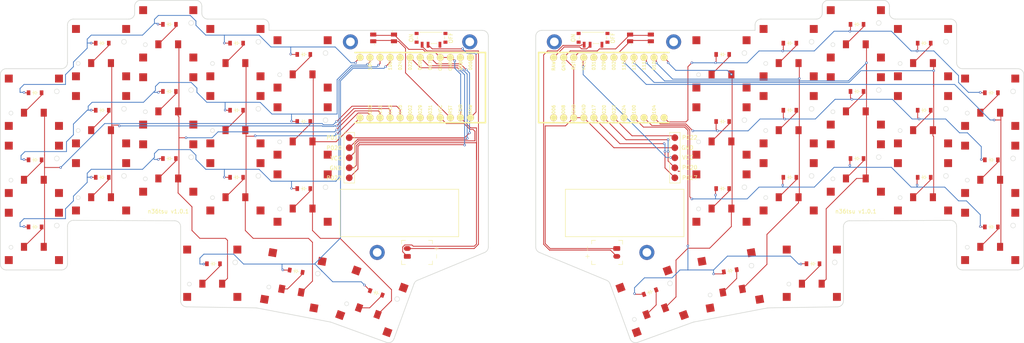
<source format=kicad_pcb>
(kicad_pcb (version 20240108) (generator "pcbnew") (generator_version "8.0")
  (title_block (title "main_pcb") (date "2024-12-16") (rev "0.0.1") (company "n1tsu"))
  (layers (0 "F.Cu" signal) (31 "B.Cu" signal) (34 "B.Paste" user) (35 "F.Paste" user) (36 "B.SilkS" user "B.Silkscreen") (37 "F.SilkS" user "F.Silkscreen") (38 "B.Mask" user) (39 "F.Mask" user) (44 "Edge.Cuts" user))
  (net 0 "")
  (net 1 "qcolumn_zrow")
  (net 2 "qcolumn_arow")
  (net 3 "qcolumn_qrow")
  (net 4 "wcolumn_zrow")
  (net 5 "wcolumn_arow")
  (net 6 "wcolumn_qrow")
  (net 7 "ecolumn_zrow")
  (net 8 "ecolumn_arow")
  (net 9 "ecolumn_qrow")
  (net 10 "rcolumn_zrow")
  (net 11 "rcolumn_arow")
  (net 12 "rcolumn_qrow")
  (net 13 "tcolumn_zrow")
  (net 14 "tcolumn_arow")
  (net 15 "tcolumn_qrow")
  (net 16 "inner_default")
  (net 17 "middle_default")
  (net 18 "outer_default")
  (net 19 "mirror_qcolumn_zrow")
  (net 20 "mirror_qcolumn_arow")
  (net 21 "mirror_qcolumn_qrow")
  (net 22 "mirror_wcolumn_zrow")
  (net 23 "mirror_wcolumn_arow")
  (net 24 "mirror_wcolumn_qrow")
  (net 25 "mirror_ecolumn_zrow")
  (net 26 "mirror_ecolumn_arow")
  (net 27 "mirror_ecolumn_qrow")
  (net 28 "mirror_rcolumn_zrow")
  (net 29 "mirror_rcolumn_arow")
  (net 30 "mirror_rcolumn_qrow")
  (net 31 "mirror_tcolumn_zrow")
  (net 32 "mirror_tcolumn_arow")
  (net 33 "mirror_tcolumn_qrow")
  (net 34 "mirror_inner_default")
  (net 35 "mirror_middle_default")
  (net 36 "mirror_outer_default")
  (net 37 "RAW")
  (net 38 "GND")
  (net 39 "RST")
  (net 40 "VCC")
  (net 41 "P031")
  (net 42 "P029")
  (net 43 "P002")
  (net 44 "P115")
  (net 45 "P113")
  (net 46 "P111")
  (net 47 "P010")
  (net 48 "P009")
  (net 49 "P006")
  (net 50 "P008")
  (net 51 "P017")
  (net 52 "P020")
  (net 53 "P022")
  (net 54 "P024")
  (net 55 "P100")
  (net 56 "P011")
  (net 57 "P104")
  (net 58 "P106")
  (net 59 "BAT_P")
  (footprint "ceoloide:diode_tht_sod123" (layer "F.Cu") (at 247.16 106.9345)
    (property "Reference" "D34" (hide yes))
    (property "Value" "")
  )
  (footprint "CPG1316S01D02_mikeholscher" (layer "F.Cu") (at 101 87.427)
    (property "Reference" "S10" (hide yes))
    (property "Value" "")
    (fp_circle (center -5.8 2.75) (end -5.3 2.75) (stroke (width 0.1)) (fill none) (layer "Edge.Cuts"))
    (fp_circle (center 5.8 -2.75) (end 6.4 -2.75) (stroke (width 0.1)) (fill none) (layer "Edge.Cuts"))
  )
  (footprint "ceoloide:battery_connector_jst_ph_2" (layer "F.Cu") (at 144.5 104.0645 90)
    (property "Reference" "JST1" (hide yes))
    (property "Value" "")
  )
  (footprint "ceoloide:display_nice_view" (layer "F.Cu") (at 146.5 80.0645 -90)
    (property "Reference" "DISP1" (hide yes))
    (property "Value" "")
  )
  (footprint "ceoloide:diode_tht_sod123" (layer "F.Cu") (at 50.3 63.6)
    (property "Reference" "D3" (hide yes))
    (property "Value" "")
  )
  (footprint "CPG1316S01D02_mikeholscher" (layer "F.Cu") (at 101 53.427)
    (property "Reference" "S12" (hide yes))
    (property "Value" "")
    (fp_circle (center -5.8 2.75) (end -5.3 2.75) (stroke (width 0.1)) (fill none) (layer "Edge.Cuts"))
    (fp_circle (center 5.8 -2.75) (end 6.4 -2.75) (stroke (width 0.1)) (fill none) (layer "Edge.Cuts"))
  )
  (footprint "ceoloide:mounting_hole_plated" (layer "F.Cu") (at 205.12 104.0645)
    (property "Reference" "H6" (hide yes))
    (property "Value" "")
  )
  (footprint "ceoloide:diode_tht_sod123" (layer "F.Cu") (at 205.926398 114.108117 20)
    (property "Reference" "D36" (hide yes))
    (property "Value" "")
  )
  (footprint "CPG1316S01D02_mikeholscher" (layer "F.Cu") (at 241 87.427)
    (property "Reference" "S28" (hide yes))
    (property "Value" "")
    (fp_circle (center -5.8 2.75) (end -5.3 2.75) (stroke (width 0.1)) (fill none) (layer "Edge.Cuts"))
    (fp_circle (center 5.8 -2.75) (end 6.4 -2.75) (stroke (width 0.1)) (fill none) (layer "Edge.Cuts"))
  )
  (footprint "ceoloide:diode_tht_sod123" (layer "F.Cu") (at 84.3 46.2645)
    (property "Reference" "D9" (hide yes))
    (property "Value" "")
  )
  (footprint "ceoloide:diode_tht_sod123" (layer "F.Cu") (at 118.3 70.8845)
    (property "Reference" "D14" (hide yes))
    (property "Value" "")
  )
  (footprint "CPG1316S01D02_mikeholscher" (layer "F.Cu") (at 226.350707 111.133205 10)
    (property "Reference" "S35" (hide yes))
    (property "Value" "")
    (fp_circle (center -5.8 2.75) (end -5.3 2.75) (stroke (width 0.1)) (fill none) (layer "Edge.Cuts"))
    (fp_circle (center 5.8 -2.75) (end 6.4 -2.75) (stroke (width 0.1)) (fill none) (layer "Edge.Cuts"))
  )
  (footprint "CPG1316S01D02_mikeholscher" (layer "F.Cu") (at 224 56.2845)
    (property "Reference" "S33" (hide yes))
    (property "Value" "")
    (fp_circle (center -5.8 2.75) (end -5.3 2.75) (stroke (width 0.1)) (fill none) (layer "Edge.Cuts"))
    (fp_circle (center 5.8 -2.75) (end 6.4 -2.75) (stroke (width 0.1)) (fill none) (layer "Edge.Cuts"))
  )
  (footprint "CPG1316S01D02_mikeholscher" (layer "F.Cu") (at 292 100)
    (property "Reference" "S19" (hide yes))
    (property "Value" "")
    (fp_circle (center -5.8 2.75) (end -5.3 2.75) (stroke (width 0.1)) (fill none) (layer "Edge.Cuts"))
    (fp_circle (center 5.8 -2.75) (end 6.4 -2.75) (stroke (width 0.1)) (fill none) (layer "Edge.Cuts"))
  )
  (footprint "ceoloide:diode_tht_sod123" (layer "F.Cu") (at 275.3 68.027)
    (property "Reference" "D23" (hide yes))
    (property "Value" "")
  )
  (footprint "CPG1316S01D02_mikeholscher" (layer "F.Cu") (at 95.14 109.3345)
    (property "Reference" "S16" (hide yes))
    (property "Value" "")
    (fp_circle (center -5.8 2.75) (end -5.3 2.75) (stroke (width 0.1)) (fill none) (layer "Edge.Cuts"))
    (fp_circle (center 5.8 -2.75) (end 6.4 -2.75) (stroke (width 0.1)) (fill none) (layer "Edge.Cuts"))
  )
  (footprint "ceoloide:mounting_hole_plated" (layer "F.Cu") (at 160.3 50.6945)
    (property "Reference" "H2" (hide yes))
    (property "Value" "")
  )
  (footprint "ceoloide:diode_tht_sod123" (layer "F.Cu") (at 118.3 53.8845)
    (property "Reference" "D15" (hide yes))
    (property "Value" "")
  )
  (footprint "ceoloide:display_nice_view" (layer "F.Cu") (at 195.5 80.0645 90)
    (property "Reference" "DISP2" (hide yes))
    (property "Value" "")
  )
  (footprint "CPG1316S01D02_mikeholscher" (layer "F.Cu") (at 118 90.2845)
    (property "Reference" "S13" (hide yes))
    (property "Value" "")
    (fp_circle (center -5.8 2.75) (end -5.3 2.75) (stroke (width 0.1)) (fill none) (layer "Edge.Cuts"))
    (fp_circle (center 5.8 -2.75) (end 6.4 -2.75) (stroke (width 0.1)) (fill none) (layer "Edge.Cuts"))
  )
  (footprint "ceoloide:battery_connector_jst_ph_2" (layer "F.Cu") (at 197.5 104.0645 -90)
    (property "Reference" "JST2" (hide yes))
    (property "Value" "")
  )
  (footprint "CPG1316S01D02_mikeholscher" (layer "F.Cu") (at 84 48.6645)
    (property "Reference" "S9" (hide yes))
    (property "Value" "")
    (fp_circle (center -5.8 2.75) (end -5.3 2.75) (stroke (width 0.1)) (fill none) (layer "Edge.Cuts"))
    (fp_circle (center 5.8 -2.75) (end 6.4 -2.75) (stroke (width 0.1)) (fill none) (layer "Edge.Cuts"))
  )
  (footprint "ceoloide:diode_tht_sod123" (layer "F.Cu") (at 292.3 80.6)
    (property "Reference" "D20" (hide yes))
    (property "Value" "")
  )
  (footprint "CPG1316S01D02_mikeholscher" (layer "F.Cu") (at 101 70.427)
    (property "Reference" "S11" (hide yes))
    (property "Value" "")
    (fp_circle (center -5.8 2.75) (end -5.3 2.75) (stroke (width 0.1)) (fill none) (layer "Edge.Cuts"))
    (fp_circle (center 5.8 -2.75) (end 6.4 -2.75) (stroke (width 0.1)) (fill none) (layer "Edge.Cuts"))
  )
  (footprint "CPG1316S01D02_mikeholscher" (layer "F.Cu") (at 67 53.427)
    (property "Reference" "S6" (hide yes))
    (property "Value" "")
    (fp_circle (center -5.8 2.75) (end -5.3 2.75) (stroke (width 0.1)) (fill none) (layer "Edge.Cuts"))
    (fp_circle (center 5.8 -2.75) (end 6.4 -2.75) (stroke (width 0.1)) (fill none) (layer "Edge.Cuts"))
  )
  (footprint "CPG1316S01D02_mikeholscher" (layer "F.Cu") (at 275 70.427)
    (property "Reference" "S23" (hide yes))
    (property "Value" "")
    (fp_circle (center -5.8 2.75) (end -5.3 2.75) (stroke (width 0.1)) (fill none) (layer "Edge.Cuts"))
    (fp_circle (center 5.8 -2.75) (end 6.4 -2.75) (stroke (width 0.1)) (fill none) (layer "Edge.Cuts"))
  )
  (footprint "ceoloide:reset_switch_smd_side" (layer "F.Cu") (at 203.5 49.6945)
    (property "Reference" "RST2" (hide yes))
    (property "Value" "")
  )
  (footprint "ceoloide:mounting_hole_plated" (layer "F.Cu") (at 181.7 50.6945)
    (property "Reference" "H5" (hide yes))
    (property "Value" "")
  )
  (footprint "ceoloide:diode_tht_sod123" (layer "F.Cu") (at 101.3 51.027)
    (property "Reference" "D12" (hide yes))
    (property "Value" "")
  )
  (footprint "ceoloide:diode_tht_sod123" (layer "F.Cu") (at 84.3 63.2645)
    (property "Reference" "D8" (hide yes))
    (property "Value" "")
  )
  (footprint "ceoloide:diode_tht_sod123" (layer "F.Cu") (at 258.3 46.2645)
    (property "Reference" "D27" (hide yes))
    (property "Value" "")
  )
  (footprint "ceoloide:diode_tht_sod123" (layer "F.Cu") (at 292.3 63.6)
    (property "Reference" "D21" (hide yes))
    (property "Value" "")
  )
  (footprint "ceoloide:diode_tht_sod123" (layer "F.Cu") (at 136.637417 114.313329 -20)
    (property "Reference" "D18" (hide yes))
    (property "Value" "")
  )
  (footprint "ceoloide:diode_tht_sod123" (layer "F.Cu") (at 67.3 51.027)
    (property "Reference" "D6" (hide yes))
    (property "Value" "")
  )
  (footprint "CPG1316S01D02_mikeholscher" (layer "F.Cu") (at 246.86 109.3345)
    (property "Reference" "S34" (hide yes))
    (property "Value" "")
    (fp_circle (center -5.8 2.75) (end -5.3 2.75) (stroke (width 0.1)) (fill none) (layer "Edge.Cuts"))
    (fp_circle (center 5.8 -2.75) (end 6.4 -2.75) (stroke (width 0.1)) (fill none) (layer "Edge.Cuts"))
  )
  (footprint "CPG1316S01D02_mikeholscher" (layer "F.Cu") (at 275 87.427)
    (property "Reference" "S22" (hide yes))
    (property "Value" "")
    (fp_circle (center -5.8 2.75) (end -5.3 2.75) (stroke (width 0.1)) (fill none) (layer "Edge.Cuts"))
    (fp_circle (center 5.8 -2.75) (end 6.4 -2.75) (stroke (width 0.1)) (fill none) (layer "Edge.Cuts"))
  )
  (footprint "ceoloide:diode_tht_sod123" (layer "F.Cu") (at 67.3 68.027)
    (property "Reference" "D5" (hide yes))
    (property "Value" "")
  )
  (footprint "CPG1316S01D02_mikeholscher" (layer "F.Cu") (at 84 65.6645)
    (property "Reference" "S8" (hide yes))
    (property "Value" "")
    (fp_circle (center -5.8 2.75) (end -5.3 2.75) (stroke (width 0.1)) (fill none) (layer "Edge.Cuts"))
    (fp_circle (center 5.8 -2.75) (end 6.4 -2.75) (stroke (width 0.1)) (fill none) (layer "Edge.Cuts"))
  )
  (footprint "CPG1316S01D02_mikeholscher" (layer "F.Cu") (at 50 100)
    (property "Reference" "S1" (hide yes))
    (property "Value" "")
    (fp_circle (center -5.8 2.75) (end -5.3 2.75) (stroke (width 0.1)) (fill none) (layer "Edge.Cuts"))
    (fp_circle (center 5.8 -2.75) (end 6.4 -2.75) (stroke (width 0.1)) (fill none) (layer "Edge.Cuts"))
  )
  (footprint "ceoloide:diode_tht_sod123" (layer "F.Cu") (at 116.361491 108.821761 -10)
    (property "Reference" "D17" (hide yes))
    (property "Value" "")
  )
  (footprint "ceoloide:diode_tht_sod123" (layer "F.Cu") (at 241.3 51.027)
    (property "Reference" "D30" (hide yes))
    (property "Value" "")
  )
  (footprint "ceoloide:diode_tht_sod123" (layer "F.Cu") (at 226.229394 108.717572 10)
    (property "Reference" "D35" (hide yes))
    (property "Value" "")
  )
  (footprint "ceoloide:power_switch_smd_side" (layer "F.Cu") (at 150.5 49.6945 90)
    (property "Reference" "PWR1" (hide yes))
    (property "Value" "")
  )
  (footprint "ceoloide:diode_tht_sod123" (layer "F.Cu") (at 50.3 97.6)
    (property "Reference" "D1" (hide yes))
    (property "Value" "")
  )
  (footprint "ceoloide:diode_tht_sod123" (layer "F.Cu") (at 84.3 80.2645)
    (property "Reference" "D7" (hide yes))
    (property "Value" "")
  )
  (footprint "ceoloide:diode_tht_sod123" (layer "F.Cu") (at 241.3 68.027)
    (property "Reference" "D29" (hide yes))
    (property "Value" "")
  )
  (footprint "CPG1316S01D02_mikeholscher" (layer "F.Cu") (at 50 66)
    (property "Reference" "S3" (hide yes))
    (property "Value" "")
    (fp_circle (center -5.8 2.75) (end -5.3 2.75) (stroke (width 0.1)) (fill none) (layer "Edge.Cuts"))
    (fp_circle (center 5.8 -2.75) (end 6.4 -2.75) (stroke (width 0.1)) (fill none) (layer "Edge.Cuts"))
  )
  (footprint "ceoloide:mounting_hole_plated" (layer "F.Cu") (at 130.1 50.6945)
    (property "Reference" "H1" (hide yes))
    (property "Value" "")
  )
  (footprint "CPG1316S01D02_mikeholscher" (layer "F.Cu") (at 224 73.2845)
    (property "Reference" "S32" (hide yes))
    (property "Value" "")
    (fp_circle (center -5.8 2.75) (end -5.3 2.75) (stroke (width 0.1)) (fill none) (layer "Edge.Cuts"))
    (fp_circle (center 5.8 -2.75) (end 6.4 -2.75) (stroke (width 0.1)) (fill none) (layer "Edge.Cuts"))
  )
  (footprint "ceoloide:diode_tht_sod123" (layer "F.Cu") (at 224.3 53.8845)
    (property "Reference" "D33" (hide yes))
    (property "Value" "")
  )
  (footprint "ceoloide:diode_tht_sod123" (layer "F.Cu") (at 50.3 80.6)
    (property "Reference" "D2" (hide yes))
    (property "Value" "")
  )
  (footprint "CPG1316S01D02_mikeholscher" (layer "F.Cu") (at 258 82.6645)
    (property "Reference" "S25" (hide yes))
    (property "Value" "")
    (fp_circle (center -5.8 2.75) (end -5.3 2.75) (stroke (width 0.1)) (fill none) (layer "Edge.Cuts"))
    (fp_circle (center 5.8 -2.75) (end 6.4 -2.75) (stroke (width 0.1)) (fill none) (layer "Edge.Cuts"))
  )
  (footprint "ceoloide:diode_tht_sod123" (layer "F.Cu") (at 224.3 70.8845)
    (property "Reference" "D32" (hide yes))
    (property "Value" "")
  )
  (footprint "CPG1316S01D02_mikeholscher" (layer "F.Cu") (at 275 53.427)
    (property "Reference" "S24" (hide yes))
    (property "Value" "")
    (fp_circle (center -5.8 2.75) (end -5.3 2.75) (stroke (width 0.1)) (fill none) (layer "Edge.Cuts"))
    (fp_circle (center 5.8 -2.75) (end 6.4 -2.75) (stroke (width 0.1)) (fill none) (layer "Edge.Cuts"))
  )
  (footprint "CPG1316S01D02_mikeholscher" (layer "F.Cu") (at 206.465339 116.465985 20)
    (property "Reference" "S36" (hide yes))
    (property "Value" "")
    (fp_circle (center -5.8 2.75) (end -5.299999 2.75) (stroke (width 0.1)) (fill none) (layer "Edge.Cuts"))
    (fp_circle (center 5.8 -2.75) (end 6.4 -2.75) (stroke (width 0.1)) (fill none) (layer "Edge.Cuts"))
  )
  (footprint "CPG1316S01D02_mikeholscher" (layer "F.Cu") (at 292 66)
    (property "Reference" "S21" (hide yes))
    (property "Value" "")
    (fp_circle (center -5.8 2.75) (end -5.3 2.75) (stroke (width 0.1)) (fill none) (layer "Edge.Cuts"))
    (fp_circle (center 5.8 -2.75) (end 6.4 -2.75) (stroke (width 0.1)) (fill none) (layer "Edge.Cuts"))
  )
  (footprint "CPG1316S01D02_mikeholscher" (layer "F.Cu") (at 118 56.2845)
    (property "Reference" "S15" (hide yes))
    (property "Value" "")
    (fp_circle (center -5.8 2.75) (end -5.3 2.75) (stroke (width 0.1)) (fill none) (layer "Edge.Cuts"))
    (fp_circle (center 5.8 -2.75) (end 6.4 -2.75) (stroke (width 0.1)) (fill none) (layer "Edge.Cuts"))
  )
  (footprint "CPG1316S01D02_mikeholscher" (layer "F.Cu") (at 241 53.427)
    (property "Reference" "S30" (hide yes))
    (property "Value" "")
    (fp_circle (center -5.8 2.75) (end -5.3 2.75) (stroke (width 0.1)) (fill none) (layer "Edge.Cuts"))
    (fp_circle (center 5.8 -2.75) (end 6.4 -2.75) (stroke (width 0.1)) (fill none) (layer "Edge.Cuts"))
  )
  (footprint "nice_nano" (layer "F.Cu") (at 146.5 62.2845 180)
    (property "Reference" "MCU1" (hide yes))
    (property "Value" "")
  )
  (footprint "CPG1316S01D02_mikeholscher" (layer "F.Cu") (at 292 83)
    (property "Reference" "S20" (hide yes))
    (property "Value" "")
    (fp_circle (center -5.8 2.75) (end -5.3 2.75) (stroke (width 0.1)) (fill none) (layer "Edge.Cuts"))
    (fp_circle (center 5.8 -2.75) (end 6.4 -2.75) (stroke (width 0.1)) (fill none) (layer "Edge.Cuts"))
  )
  (footprint "ceoloide:diode_tht_sod123" (layer "F.Cu") (at 275.3 51.027)
    (property "Reference" "D24" (hide yes))
    (property "Value" "")
  )
  (footprint "ceoloide:mounting_hole_plated" (layer "F.Cu") (at 211.9 50.6945)
    (property "Reference" "H4" (hide yes))
    (property "Value" "")
  )
  (footprint "ceoloide:diode_tht_sod123" (layer "F.Cu") (at 101.3 85.027)
    (property "Reference" "D10" (hide yes))
    (property "Value" "")
  )
  (footprint "ceoloide:power_switch_smd_side" (layer "F.Cu") (at 191.5 49.6945 90)
    (property "Reference" "PWR2" (hide yes))
    (property "Value" "")
  )
  (footprint "CPG1316S01D02_mikeholscher" (layer "F.Cu") (at 67 87.427)
    (property "Reference" "S4" (hide yes))
    (property "Value" "")
    (fp_circle (center -5.8 2.75) (end -5.3 2.75) (stroke (width 0.1)) (fill none) (layer "Edge.Cuts"))
    (fp_circle (center 5.8 -2.75) (end 6.4 -2.75) (stroke (width 0.1)) (fill none) (layer "Edge.Cuts"))
  )
  (footprint "ceoloide:diode_tht_sod123" (layer "F.Cu") (at 95.44 106.9345)
    (property "Reference" "D16" (hide yes))
    (property "Value" "")
  )
  (footprint "CPG1316S01D02_mikeholscher" (layer "F.Cu") (at 84 82.6645)
    (property "Reference" "S7" (hide yes))
    (property "Value" "")
    (fp_circle (center -5.8 2.75) (end -5.3 2.75) (stroke (width 0.1)) (fill none) (layer "Edge.Cuts"))
    (fp_circle (center 5.8 -2.75) (end 6.4 -2.75) (stroke (width 0.1)) (fill none) (layer "Edge.Cuts"))
  )
  (footprint "ceoloide:mounting_hole_plated" (layer "F.Cu") (at 136.88 104.0645)
    (property "Reference" "H3" (hide yes))
    (property "Value" "")
  )
  (footprint "CPG1316S01D02_mikeholscher" (layer "F.Cu") (at 258 48.6645)
    (property "Reference" "S27" (hide yes))
    (property "Value" "")
    (fp_circle (center -5.8 2.75) (end -5.3 2.75) (stroke (width 0.1)) (fill none) (layer "Edge.Cuts"))
    (fp_circle (center 5.8 -2.75) (end 6.4 -2.75) (stroke (width 0.1)) (fill none) (layer "Edge.Cuts"))
  )
  (footprint "CPG1316S01D02_mikeholscher" (layer "F.Cu") (at 50 83)
    (property "Reference" "S2" (hide yes))
    (property "Value" "")
    (fp_circle (center -5.8 2.75) (end -5.3 2.75) (stroke (width 0.1)) (fill none) (layer "Edge.Cuts"))
    (fp_circle (center 5.8 -2.75) (end 6.4 -2.75) (stroke (width 0.1)) (fill none) (layer "Edge.Cuts"))
  )
  (footprint "ceoloide:diode_tht_sod123" (layer "F.Cu") (at 258.3 63.2645)
    (property "Reference" "D26" (hide yes))
    (property "Value" "")
  )
  (footprint "CPG1316S01D02_mikeholscher" (layer "F.Cu") (at 115.649293 111.133205 -10)
    (property "Reference" "S17" (hide yes))
    (property "Value" "")
    (fp_circle (center -5.8 2.75) (end -5.3 2.75) (stroke (width 0.1)) (fill none) (layer "Edge.Cuts"))
    (fp_circle (center 5.8 -2.75) (end 6.4 -2.75) (stroke (width 0.1)) (fill none) (layer "Edge.Cuts"))
  )
  (footprint "nice_nano" (layer "F.Cu") (at 195.5 62.2845)
    (property "Reference" "MCU2" (hide yes))
    (property "Value" "")
  )
  (footprint "CPG1316S01D02_mikeholscher" (layer "F.Cu") (at 241 70.427)
    (property "Reference" "S29" (hide yes))
    (property "Value" "")
    (fp_circle (center -5.8 2.75) (end -5.3 2.75) (stroke (width 0.1)) (fill none) (layer "Edge.Cuts"))
    (fp_circle (center 5.8 -2.75) (end 6.4 -2.75) (stroke (width 0.1)) (fill none) (layer "Edge.Cuts"))
  )
  (footprint "ceoloide:diode_tht_sod123" (layer "F.Cu") (at 118.3 87.8845)
    (property "Reference" "D13" (hide yes))
    (property "Value" "")
  )
  (footprint "CPG1316S01D02_mikeholscher" (layer "F.Cu") (at 224 90.2845)
    (property "Reference" "S31" (hide yes))
    (property "Value" "")
    (fp_circle (center -5.8 2.75) (end -5.3 2.75) (stroke (width 0.1)) (fill none) (layer "Edge.Cuts"))
    (fp_circle (center 5.8 -2.75) (end 6.4 -2.75) (stroke (width 0.1)) (fill none) (layer "Edge.Cuts"))
  )
  (footprint "ceoloide:diode_tht_sod123" (layer "F.Cu") (at 241.3 85.027)
    (property "Reference" "D28" (hide yes))
    (property "Value" "")
  )
  (footprint "ceoloide:diode_tht_sod123" (layer "F.Cu") (at 258.3 80.2645)
    (property "Reference" "D25" (hide yes))
    (property "Value" "")
  )
  (footprint "ceoloide:diode_tht_sod123" (layer "F.Cu") (at 101.3 68.027)
    (property "Reference" "D11" (hide yes))
    (property "Value" "")
  )
  (footprint "ceoloide:diode_tht_sod123" (layer "F.Cu") (at 292.3 97.6)
    (property "Reference" "D19" (hide yes))
    (property "Value" "")
  )
  (footprint "CPG1316S01D02_mikeholscher" (layer "F.Cu") (at 135.534661 116.465985 -20)
    (property "Reference" "S18" (hide yes))
    (property "Value" "")
    (fp_circle (center -5.8 2.75) (end -5.3 2.75) (stroke (width 0.1)) (fill none) (layer "Edge.Cuts"))
    (fp_circle (center 5.8 -2.75) (end 6.4 -2.75) (stroke (width 0.1)) (fill none) (layer "Edge.Cuts"))
  )
  (footprint "ceoloide:diode_tht_sod123" (layer "F.Cu") (at 67.3 85.027)
    (property "Reference" "D4" (hide yes))
    (property "Value" "")
  )
  (footprint "ceoloide:reset_switch_smd_side" (layer "F.Cu") (at 138.5 49.6945)
    (property "Reference" "RST1" (hide yes))
    (property "Value" "")
  )
  (footprint "CPG1316S01D02_mikeholscher" (layer "F.Cu") (at 258 65.6645)
    (property "Reference" "S26" (hide yes))
    (property "Value" "")
    (fp_circle (center -5.8 2.75) (end -5.3 2.75) (stroke (width 0.1)) (fill none) (layer "Edge.Cuts"))
    (fp_circle (center 5.8 -2.75) (end 6.4 -2.75) (stroke (width 0.1)) (fill none) (layer "Edge.Cuts"))
  )
  (footprint "ceoloide:diode_tht_sod123" (layer "F.Cu") (at 224.3 87.8845)
    (property "Reference" "D31" (hide yes))
    (property "Value" "")
  )
  (footprint "CPG1316S01D02_mikeholscher" (layer "F.Cu") (at 67 70.427)
    (property "Reference" "S5" (hide yes))
    (property "Value" "")
    (fp_circle (center -5.8 2.75) (end -5.3 2.75) (stroke (width 0.1)) (fill none) (layer "Edge.Cuts"))
    (fp_circle (center 5.8 -2.75) (end 6.4 -2.75) (stroke (width 0.1)) (fill none) (layer "Edge.Cuts"))
  )
  (footprint "ceoloide:diode_tht_sod123" (layer "F.Cu") (at 275.3 85.027)
    (property "Reference" "D22" (hide yes))
    (property "Value" "")
  )
  (footprint "CPG1316S01D02_mikeholscher" (layer "F.Cu") (at 118 73.2845)
    (property "Reference" "S14" (hide yes))
    (property "Value" "")
    (fp_circle (center -5.8 2.75) (end -5.3 2.75) (stroke (width 0.1)) (fill none) (layer "Edge.Cuts"))
    (fp_circle (center 5.8 -2.75) (end 6.4 -2.75) (stroke (width 0.1)) (fill none) (layer "Edge.Cuts"))
  )
  (gr_line (start 157.5 100.0645) (end 157.5 88.0645) (stroke (width 0.15)) (layer "F.SilkS"))
  (gr_line (start 214.5 100.0645) (end 214.5 88.0645) (stroke (width 0.15)) (layer "F.SilkS"))
  (gr_line (start 127.5 100.0645) (end 157.5 100.0645) (stroke (width 0.15)) (layer "F.SilkS"))
  (gr_line (start 184.5 88.0645) (end 184.5 100.0645) (stroke (width 0.15)) (layer "F.SilkS"))
  (gr_line (start 214.5 88.0645) (end 184.5 88.0645) (stroke (width 0.15)) (layer "F.SilkS"))
  (gr_line (start 184.5 100.0645) (end 214.5 100.0645) (stroke (width 0.15)) (layer "F.SilkS"))
  (gr_line (start 127.5 88.0645) (end 127.5 100.0645) (stroke (width 0.15)) (layer "F.SilkS"))
  (gr_line (start 157.5 88.0645) (end 127.5 88.0645) (stroke (width 0.15)) (layer "F.SilkS"))
  (gr_line (start 300.5 107) (end 300.5 59) (stroke (width 0.15)) (layer "Edge.Cuts"))
  (gr_arc (start 75.5 43.427) (mid 75.06066 44.48766) (end 74 44.927) (stroke (width 0.15)) (layer "Edge.Cuts"))
  (gr_line (start 178.5 47.7845) (end 232.5 47.7845) (stroke (width 0.15)) (layer "Edge.Cuts"))
  (gr_arc (start 249.5 41.6645) (mid 249.93934 40.60384) (end 251 40.1645) (stroke (width 0.15)) (layer "Edge.Cuts"))
  (gr_line (start 195.796392 112.005633) (end 200.872092 125.951005) (stroke (width 0.15)) (layer "Edge.Cuts"))
  (gr_arc (start 177.925402 104.068262) (mid 177.252631 103.515776) (end 177 102.682681) (stroke (width 0.15)) (layer "Edge.Cuts"))
  (gr_arc (start 194.961452 111.133081) (mid 195.470635 111.481604) (end 195.796392 112.005633) (stroke (width 0.15)) (layer "Edge.Cuts"))
  (gr_line (start 232.5 46.427) (end 232.5 47.7845) (stroke (width 0.15)) (layer "Edge.Cuts"))
  (gr_line (start 299 57.5) (end 285 57.5) (stroke (width 0.15)) (layer "Edge.Cuts"))
  (gr_line (start 57 108.5) (end 43 108.5) (stroke (width 0.15)) (layer "Edge.Cuts"))
  (gr_arc (start 249.5 43.427) (mid 249.06066 44.48766) (end 248 44.927) (stroke (width 0.15)) (layer "Edge.Cuts"))
  (gr_line (start 235.836398 118.112965) (end 253.381954 117.856135) (stroke (width 0.15)) (layer "Edge.Cuts"))
  (gr_arc (start 85.646285 96.040741) (mid 86.70287 96.482294) (end 87.14 97.540728) (stroke (width 0.15)) (layer "Edge.Cuts"))
  (gr_arc (start 146.203608 112.005633) (mid 146.5294 111.481637) (end 147.038548 111.133081) (stroke (width 0.15)) (layer "Edge.Cuts"))
  (gr_arc (start 124.991915 121.694612) (mid 125.108672 121.721844) (end 125.22288 121.758314) (stroke (width 0.15)) (layer "Edge.Cuts"))
  (gr_line (start 75.5 43.427) (end 75.5 41.6645) (stroke (width 0.15)) (layer "Edge.Cuts"))
  (gr_line (start 177 49.2845) (end 177 102.682681) (stroke (width 0.15)) (layer "Edge.Cuts"))
  (gr_line (start 256.353715 96.040741) (end 281.993715 95.933311) (stroke (width 0.15)) (layer "Edge.Cuts"))
  (gr_arc (start 41.5 59) (mid 41.93934 57.93934) (end 43 57.5) (stroke (width 0.15)) (layer "Edge.Cuts"))
  (gr_line (start 60 44.927) (end 74 44.927) (stroke (width 0.15)) (layer "Edge.Cuts"))
  (gr_arc (start 94 44.927) (mid 92.93934 44.48766) (end 92.5 43.427) (stroke (width 0.15)) (layer "Edge.Cuts"))
  (gr_line (start 58.5 97.433298) (end 58.5 107) (stroke (width 0.15)) (layer "Edge.Cuts"))
  (gr_arc (start 43 108.5) (mid 41.93934 108.06066) (end 41.5 107) (stroke (width 0.15)) (layer "Edge.Cuts"))
  (gr_arc (start 282 44.927) (mid 283.06066 45.36634) (end 283.5 46.427) (stroke (width 0.15)) (layer "Edge.Cuts"))
  (gr_line (start 92.5 41.6645) (end 92.5 43.427) (stroke (width 0.15)) (layer "Edge.Cuts"))
  (gr_arc (start 299 57.5) (mid 300.06066 57.93934) (end 300.5 59) (stroke (width 0.15)) (layer "Edge.Cuts"))
  (gr_arc (start 285 57.5) (mid 283.93934 57.06066) (end 283.5 56) (stroke (width 0.15)) (layer "Edge.Cuts"))
  (gr_arc (start 58.5 107) (mid 58.06066 108.06066) (end 57 108.5) (stroke (width 0.15)) (layer "Edge.Cuts"))
  (gr_line (start 109.5 46.427) (end 109.5 47.7845) (stroke (width 0.15)) (layer "Edge.Cuts"))
  (gr_arc (start 254.86 116.356296) (mid 254.428395 117.409168) (end 253.381954 117.856135) (stroke (width 0.15)) (layer "Edge.Cuts"))
  (gr_arc (start 177 49.2845) (mid 177.43934 48.22384) (end 178.5 47.7845) (stroke (width 0.15)) (layer "Edge.Cuts"))
  (gr_line (start 106.163602 118.112965) (end 88.618046 117.856135) (stroke (width 0.15)) (layer "Edge.Cuts"))
  (gr_line (start 265 40.1645) (end 251 40.1645) (stroke (width 0.15)) (layer "Edge.Cuts"))
  (gr_line (start 248 44.927) (end 234 44.927) (stroke (width 0.15)) (layer "Edge.Cuts"))
  (gr_arc (start 58.5 56) (mid 58.06066 57.06066) (end 57 57.5) (stroke (width 0.15)) (layer "Edge.Cuts"))
  (gr_arc (start 232.5 46.427) (mid 232.93934 45.36634) (end 234 44.927) (stroke (width 0.15)) (layer "Edge.Cuts"))
  (gr_arc (start 58.5 97.433298) (mid 58.941565 96.370419) (end 60.006285 95.933311) (stroke (width 0.15)) (layer "Edge.Cuts"))
  (gr_line (start 249.5 41.6645) (end 249.5 43.427) (stroke (width 0.15)) (layer "Edge.Cuts"))
  (gr_line (start 41.5 107) (end 41.5 59) (stroke (width 0.15)) (layer "Edge.Cuts"))
  (gr_arc (start 202.794661 126.847513) (mid 201.64769 126.797454) (end 200.872092 125.951005) (stroke (width 0.15)) (layer "Edge.Cuts"))
  (gr_arc (start 216.77712 121.758314) (mid 216.891329 121.721846) (end 217.008085 121.694612) (stroke (width 0.15)) (layer "Edge.Cuts"))
  (gr_line (start 146.203608 112.005633) (end 141.127908 125.951005) (stroke (width 0.15)) (layer "Edge.Cuts"))
  (gr_arc (start 91 40.1645) (mid 92.06066 40.60384) (end 92.5 41.6645) (stroke (width 0.15)) (layer "Edge.Cuts"))
  (gr_line (start 177.925402 104.068262) (end 194.961452 111.133081) (stroke (width 0.15)) (layer "Edge.Cuts"))
  (gr_line (start 87.14 116.356296) (end 87.14 97.540728) (stroke (width 0.15)) (layer "Edge.Cuts"))
  (gr_line (start 217.008085 121.694612) (end 235.576287 118.139563) (stroke (width 0.15)) (layer "Edge.Cuts"))
  (gr_line (start 94 44.927) (end 108 44.927) (stroke (width 0.15)) (layer "Edge.Cuts"))
  (gr_arc (start 281.993715 95.933311) (mid 283.058437 96.370418) (end 283.5 97.433298) (stroke (width 0.15)) (layer "Edge.Cuts"))
  (gr_line (start 165 49.2845) (end 165 102.682681) (stroke (width 0.15)) (layer "Edge.Cuts"))
  (gr_line (start 77 40.1645) (end 91 40.1645) (stroke (width 0.15)) (layer "Edge.Cuts"))
  (gr_arc (start 163.5 47.7845) (mid 164.56066 48.22384) (end 165 49.2845) (stroke (width 0.15)) (layer "Edge.Cuts"))
  (gr_arc (start 265 40.1645) (mid 266.06066 40.60384) (end 266.5 41.6645) (stroke (width 0.15)) (layer "Edge.Cuts"))
  (gr_line (start 266.5 43.427) (end 266.5 41.6645) (stroke (width 0.15)) (layer "Edge.Cuts"))
  (gr_line (start 109.5 47.7845) (end 163.5 47.7845) (stroke (width 0.15)) (layer "Edge.Cuts"))
  (gr_line (start 202.794661 126.847513) (end 216.77712 121.758314) (stroke (width 0.15)) (layer "Edge.Cuts"))
  (gr_line (start 283.5 97.433298) (end 283.5 107) (stroke (width 0.15)) (layer "Edge.Cuts"))
  (gr_arc (start 300.5 107) (mid 300.06066 108.06066) (end 299 108.5) (stroke (width 0.15)) (layer "Edge.Cuts"))
  (gr_arc (start 58.5 46.427) (mid 58.93934 45.36634) (end 60 44.927) (stroke (width 0.15)) (layer "Edge.Cuts"))
  (gr_line (start 43 57.5) (end 57 57.5) (stroke (width 0.15)) (layer "Edge.Cuts"))
  (gr_arc (start 75.5 41.6645) (mid 75.93934 40.60384) (end 77 40.1645) (stroke (width 0.15)) (layer "Edge.Cuts"))
  (gr_line (start 164.074598 104.068262) (end 147.038548 111.133081) (stroke (width 0.15)) (layer "Edge.Cuts"))
  (gr_arc (start 268 44.927) (mid 266.93934 44.48766) (end 266.5 43.427) (stroke (width 0.15)) (layer "Edge.Cuts"))
  (gr_arc (start 254.86 97.540728) (mid 255.29711 96.482274) (end 256.353715 96.040741) (stroke (width 0.15)) (layer "Edge.Cuts"))
  (gr_arc (start 106.163602 118.112965) (mid 106.294239 118.120582) (end 106.423713 118.139563) (stroke (width 0.15)) (layer "Edge.Cuts"))
  (gr_line (start 58.5 56) (end 58.5 46.427) (stroke (width 0.15)) (layer "Edge.Cuts"))
  (gr_line (start 85.646285 96.040741) (end 60.006285 95.933311) (stroke (width 0.15)) (layer "Edge.Cuts"))
  (gr_line (start 283.5 56) (end 283.5 46.427) (stroke (width 0.15)) (layer "Edge.Cuts"))
  (gr_arc (start 88.618046 117.856135) (mid 87.571608 117.409165) (end 87.14 116.356296) (stroke (width 0.15)) (layer "Edge.Cuts"))
  (gr_arc (start 235.576287 118.139563) (mid 235.705762 118.120583) (end 235.836398 118.112965) (stroke (width 0.15)) (layer "Edge.Cuts"))
  (gr_line (start 285 108.5) (end 299 108.5) (stroke (width 0.15)) (layer "Edge.Cuts"))
  (gr_line (start 124.991915 121.694612) (end 106.423713 118.139563) (stroke (width 0.15)) (layer "Edge.Cuts"))
  (gr_arc (start 141.127908 125.951005) (mid 140.3523 126.797433) (end 139.205339 126.847513) (stroke (width 0.15)) (layer "Edge.Cuts"))
  (gr_line (start 139.205339 126.847513) (end 125.22288 121.758314) (stroke (width 0.15)) (layer "Edge.Cuts"))
  (gr_arc (start 108 44.927) (mid 109.06066 45.36634) (end 109.5 46.427) (stroke (width 0.15)) (layer "Edge.Cuts"))
  (gr_arc (start 165 102.682681) (mid 164.747384 103.515786) (end 164.074598 104.068262) (stroke (width 0.15)) (layer "Edge.Cuts"))
  (gr_line (start 282 44.927) (end 268 44.927) (stroke (width 0.15)) (layer "Edge.Cuts"))
  (gr_arc (start 285 108.5) (mid 283.93934 108.06066) (end 283.5 107) (stroke (width 0.15)) (layer "Edge.Cuts"))
  (gr_line (start 254.86 116.356296) (end 254.86 97.540728) (stroke (width 0.15)) (layer "Edge.Cuts"))
  (gr_text "n36tsu v1.0.1\n" (at 84 93.6645 0) (layer "F.SilkS") (effects (font (size 1 1))))
  (gr_text "n36tsu v1.0.1" (at 258 93.6645 0) (layer "F.SilkS") (effects (font (size 1 1))))
  (segment (start 213.5 83.5) (end 213.0955 83.5) (width 0.2) (layer "F.Cu") (net 0))
  (segment (start 213.0955 83.5) (end 213.013173 83.417673) (width 0.2) (layer "F.Cu") (net 0))
  (segment (start 51.95 98.2) (end 47.5 102.65) (width 0.2) (layer "F.Cu") (net 1))
  (segment (start 51.95 97.6) (end 51.95 98.2) (width 0.2) (layer "F.Cu") (net 1))
  (segment (start 51.95 81.2) (end 47.5 85.65) (width 0.2) (layer "F.Cu") (net 2))
  (segment (start 51.95 80.6) (end 51.95 81.2) (width 0.2) (layer "F.Cu") (net 2))
  (segment (start 51.95 63.6) (end 51.95 64.2) (width 0.2) (layer "F.Cu") (net 3))
  (segment (start 51.95 64.2) (end 47.5 68.65) (width 0.2) (layer "F.Cu") (net 3))
  (segment (start 68.95 85.627) (end 64.5 90.077) (width 0.2) (layer "F.Cu") (net 4))
  (segment (start 68.95 85.027) (end 68.95 85.627) (width 0.2) (layer "F.Cu") (net 4))
  (segment (start 68.95 68.627) (end 64.5 73.077) (width 0.2) (layer "F.Cu") (net 5))
  (segment (start 68.95 68.027) (end 68.95 68.627) (width 0.2) (layer "F.Cu") (net 5))
  (segment (start 68.95 51.027) (end 68.95 51.627) (width 0.2) (layer "F.Cu") (net 6))
  (segment (start 68.95 51.627) (end 64.5 56.077) (width 0.2) (layer "F.Cu") (net 6))
  (segment (start 85.95 80.8645) (end 81.5 85.3145) (width 0.2) (layer "F.Cu") (net 7))
  (segment (start 85.95 80.2645) (end 85.95 80.8645) (width 0.2) (layer "F.Cu") (net 7))
  (segment (start 85.95 63.8645) (end 81.5 68.3145) (width 0.2) (layer "F.Cu") (net 8))
  (segment (start 85.95 63.2645) (end 85.95 63.8645) (width 0.2) (layer "F.Cu") (net 8))
  (segment (start 85.95 46.2645) (end 85.95 46.8645) (width 0.2) (layer "F.Cu") (net 9))
  (segment (start 85.95 46.8645) (end 81.5 51.3145) (width 0.2) (layer "F.Cu") (net 9))
  (segment (start 102.95 85.027) (end 102.95 85.627) (width 0.2) (layer "F.Cu") (net 10))
  (segment (start 102.95 85.627) (end 98.5 90.077) (width 0.2) (layer "F.Cu") (net 10))
  (segment (start 102.95 68.627) (end 98.5 73.077) (width 0.2) (layer "F.Cu") (net 11))
  (segment (start 102.95 68.027) (end 102.95 68.627) (width 0.2) (layer "F.Cu") (net 11))
  (segment (start 102.95 51.027) (end 102.95 51.627) (width 0.2) (layer "F.Cu") (net 12))
  (segment (start 102.95 51.627) (end 98.5 56.077) (width 0.2) (layer "F.Cu") (net 12))
  (segment (start 119.95 87.8845) (end 119.95 88.4845) (width 0.2) (layer "F.Cu") (net 13))
  (segment (start 119.95 88.4845) (end 115.5 92.9345) (width 0.2) (layer "F.Cu") (net 13))
  (segment (start 119.95 70.8845) (end 119.95 71.4845) (width 0.2) (layer "F.Cu") (net 14))
  (segment (start 119.95 71.4845) (end 115.5 75.9345) (width 0.2) (layer "F.Cu") (net 14))
  (segment (start 119.95 53.8845) (end 119.95 54.4845) (width 0.2) (layer "F.Cu") (net 15))
  (segment (start 119.95 54.4845) (end 115.5 58.9345) (width 0.2) (layer "F.Cu") (net 15))
  (segment (start 97.09 107.5345) (end 92.64 111.9845) (width 0.2) (layer "F.Cu") (net 16))
  (segment (start 97.09 106.9345) (end 97.09 107.5345) (width 0.2) (layer "F.Cu") (net 16))
  (segment (start 114.191175 113.308825) (end 112.727106 113.308825) (width 0.2) (layer "F.Cu") (net 17))
  (segment (start 117.986424 109.10828) (end 117.986424 109.513576) (width 0.2) (layer "F.Cu") (net 17))
  (segment (start 117.986424 109.513576) (end 114.191175 113.308825) (width 0.2) (layer "F.Cu") (net 17))
  (segment (start 134.964452 118.10112) (end 132.279076 118.10112) (width 0.2) (layer "F.Cu") (net 18))
  (segment (start 138.18791 114.877662) (end 134.964452 118.10112) (width 0.2) (layer "F.Cu") (net 18))
  (segment (start 293.95 98.2) (end 289.5 102.65) (width 0.2) (layer "F.Cu") (net 19))
  (segment (start 293.95 97.6) (end 293.95 98.2) (width 0.2) (layer "F.Cu") (net 19))
  (segment (start 293.95 81.2) (end 289.5 85.65) (width 0.2) (layer "F.Cu") (net 20))
  (segment (start 293.95 80.6) (end 293.95 81.2) (width 0.2) (layer "F.Cu") (net 20))
  (segment (start 293.95 63.6) (end 293.95 64.2) (width 0.2) (layer "F.Cu") (net 21))
  (segment (start 293.95 64.2) (end 289.5 68.65) (width 0.2) (layer "F.Cu") (net 21))
  (segment (start 276.95 85.627) (end 272.5 90.077) (width 0.2) (layer "F.Cu") (net 22))
  (segment (start 276.95 85.027) (end 276.95 85.627) (width 0.2) (layer "F.Cu") (net 22))
  (segment (start 276.95 68.627) (end 272.5 73.077) (width 0.2) (layer "F.Cu") (net 23))
  (segment (start 276.95 68.027) (end 276.95 68.627) (width 0.2) (layer "F.Cu") (net 23))
  (segment (start 276.95 51.027) (end 276.95 51.627) (width 0.2) (layer "F.Cu") (net 24))
  (segment (start 276.95 51.627) (end 272.5 56.077) (width 0.2) (layer "F.Cu") (net 24))
  (segment (start 259.95 80.2645) (end 259.95 80.8645) (width 0.2) (layer "F.Cu") (net 25))
  (segment (start 259.95 80.8645) (end 255.5 85.3145) (width 0.2) (layer "F.Cu") (net 25))
  (segment (start 259.95 63.2645) (end 259.95 63.8645) (width 0.2) (layer "F.Cu") (net 26))
  (segment (start 259.95 63.8645) (end 255.5 68.3145) (width 0.2) (layer "F.Cu") (net 26))
  (segment (start 259.95 46.8645) (end 255.5 51.3145) (width 0.2) (layer "F.Cu") (net 27))
  (segment (start 259.95 46.2645) (end 259.95 46.8645) (width 0.2) (layer "F.Cu") (net 27))
  (segment (start 242.95 85.627) (end 238.5 90.077) (width 0.2) (layer "F.Cu") (net 28))
  (segment (start 242.95 85.027) (end 242.95 85.627) (width 0.2) (layer "F.Cu") (net 28))
  (segment (start 242.95 68.627) (end 238.5 73.077) (width 0.2) (layer "F.Cu") (net 29))
  (segment (start 242.95 68.027) (end 242.95 68.627) (width 0.2) (layer "F.Cu") (net 29))
  (segment (start 242.95 51.627) (end 238.5 56.077) (width 0.2) (layer "F.Cu") (net 30))
  (segment (start 242.95 51.027) (end 242.95 51.627) (width 0.2) (layer "F.Cu") (net 30))
  (segment (start 225.95 87.8845) (end 225.95 88.4845) (width 0.2) (layer "F.Cu") (net 31))
  (segment (start 225.95 88.4845) (end 221.5 92.9345) (width 0.2) (layer "F.Cu") (net 31))
  (segment (start 225.95 70.8845) (end 225.95 71.4845) (width 0.2) (layer "F.Cu") (net 32))
  (segment (start 225.95 71.4845) (end 221.5 75.9345) (width 0.2) (layer "F.Cu") (net 32))
  (segment (start 225.95 54.4845) (end 221.5 58.9345) (width 0.2) (layer "F.Cu") (net 33))
  (segment (start 225.95 53.8845) (end 225.95 54.4845) (width 0.2) (layer "F.Cu") (net 33))
  (segment (start 248.81 107.5345) (end 244.36 111.9845) (width 0.2) (layer "F.Cu") (net 34))
  (segment (start 248.81 106.9345) (end 248.81 107.5345) (width 0.2) (layer "F.Cu") (net 34))
  (segment (start 227.854327 110.671594) (end 224.348855 114.177066) (width 0.2) (layer "F.Cu") (net 35))
  (segment (start 227.854327 108.431053) (end 227.854327 110.671594) (width 0.2) (layer "F.Cu") (net 35))
  (segment (start 207.476891 113.543784) (end 207.476891 117.356791) (width 0.2) (layer "F.Cu") (net 36))
  (segment (start 207.476891 117.356791) (end 205.022461 119.811221) (width 0.2) (layer "F.Cu") (net 36))
  (segment (start 161.9 53.6) (end 161.9 68.4745) (width 0.2) (layer "F.Cu") (net 37))
  (segment (start 190.75 51.4295) (end 190.75 51.6295) (width 0.2) (layer "F.Cu") (net 37))
  (segment (start 188.12627 52.00577) (end 184.18873 52.00577) (width 0.2) (layer "F.Cu") (net 37))
  (segment (start 190.75 51.6295) (end 189.9 52.4795) (width 0.2) (layer "F.Cu") (net 37))
  (segment (start 150.8 52.4795) (end 158.4205 52.4795) (width 0.2) (layer "F.Cu") (net 37))
  (segment (start 188.6 52.4795) (end 188.12627 52.00577) (width 0.2) (layer "F.Cu") (net 37))
  (segment (start 189.9 52.4795) (end 188.6 52.4795) (width 0.2) (layer "F.Cu") (net 37))
  (segment (start 149.75 51.4295) (end 150.8 52.4795) (width 0.2) (layer "F.Cu") (net 37))
  (segment (start 161.9 68.4745) (end 160.47 69.9045) (width 0.2) (layer "F.Cu") (net 37))
  (segment (start 158.4205 52.4795) (end 158.5 52.4) (width 0.2) (layer "F.Cu") (net 37))
  (segment (start 184.18873 52.00577) (end 181.53 54.6645) (width 0.2) (layer "F.Cu") (net 37))
  (via (at 158.5 52.4) (size 0.6) (drill 0.3) (layers "F.Cu" "B.Cu") (net 37))
  (via (at 161.9 53.6) (size 0.6) (drill 0.3) (layers "F.Cu" "B.Cu") (net 37))
  (segment (start 158.5 52.5) (end 159.6 53.6) (width 0.2) (layer "B.Cu") (net 37))
  (segment (start 159.6 53.6) (end 161.9 53.6) (width 0.2) (layer "B.Cu") (net 37))
  (segment (start 158.5 52.4) (end 158.5 52.5) (width 0.2) (layer "B.Cu") (net 37))
  (segment (start 158 69.8345) (end 157.93 69.9045) (width 0.2) (layer "F.Cu") (net 38))
  (segment (start 144.8805 52.6) (end 148.454814 52.6) (width 0.2) (layer "F.Cu") (net 38))
  (segment (start 205.925 49.0445) (end 201.075 49.0445) (width 0.2) (layer "F.Cu") (net 38))
  (segment (start 143.325 103.8895) (end 143.325 102.691708) (width 0.2) (layer "F.Cu") (net 38))
  (segment (start 146 102.5) (end 161.434314 102.5) (width 0.2) (layer "F.Cu") (net 38))
  (segment (start 141.125 48.8445) (end 144.8805 52.6) (width 0.2) (layer "F.Cu") (net 38))
  (segment (start 162 76.25) (end 162 80.5) (width 0.2) (layer "F.Cu") (net 38))
  (segment (start 144.5 105.0645) (end 143.325 103.8895) (width 0.2) (layer "F.Cu") (net 38))
  (segment (start 155.39 54.6645) (end 155.6645 54.6645) (width 0.2) (layer "F.Cu") (net 38))
  (segment (start 135.875 48.8445) (end 136.075 49.0445) (width 0.2) (layer "F.Cu") (net 38))
  (segment (start 143.325 102.691708) (end 143.852208 102.1645) (width 0.2) (layer "F.Cu") (net 38))
  (segment (start 186.61 69.9045) (end 189.15 69.9045) (width 0.2) (layer "F.Cu") (net 38))
  (segment (start 158 68) (end 158 69.8345) (width 0.2) (layer "F.Cu") (net 38))
  (segment (start 193.1 52.4795) (end 192.5795 53) (width 0.2) (layer "F.Cu") (net 38))
  (segment (start 131.6 82) (end 131.6 77) (width 0.2) (layer "F.Cu") (net 38))
  (segment (start 162 101.934314) (end 162 80.5) (width 0.2) (layer "F.Cu") (net 38))
  (segment (start 148.454814 52.6) (end 149.254814 53.4) (width 0.2) (layer "F.Cu") (net 38))
  (segment (start 186.61 57.2045) (end 186.61 69.9045) (width 0.2) (layer "F.Cu") (net 38))
  (segment (start 179.4 101.834314) (end 179.4 72) (width 0.2) (layer "F.Cu") (net 38))
  (segment (start 151.5855 53.4) (end 152.85 54.6645) (width 0.2) (layer "F.Cu") (net 38))
  (segment (start 185.7345 53) (end 184.07 54.6645) (width 0.2) (layer "F.Cu") (net 38))
  (segment (start 184.07 54.6645) (end 186.61 57.2045) (width 0.2) (layer "F.Cu") (net 38))
  (segment (start 152.85 54.6645) (end 155.39 54.6645) (width 0.2) (layer "F.Cu") (net 38))
  (segment (start 145.6645 102.1645) (end 146 102.5) (width 0.2) (layer "F.Cu") (net 38))
  (segment (start 200.875 48.8445) (end 197.24 52.4795) (width 0.2) (layer "F.Cu") (net 38))
  (segment (start 184.5145 72) (end 186.61 69.9045) (width 0.2) (layer "F.Cu") (net 38))
  (segment (start 129.8 82.6045) (end 130.9955 82.6045) (width 0.2) (layer "F.Cu") (net 38))
  (segment (start 130.9955 82.6045) (end 131.6 82) (width 0.2) (layer "F.Cu") (net 38))
  (segment (start 143.852208 102.1645) (end 145.6645 102.1645) (width 0.2) (layer "F.Cu") (net 38))
  (segment (start 197.24 52.4795) (end 193.1 52.4795) (width 0.2) (layer "F.Cu") (net 38))
  (segment (start 131.6 77) (end 132.35 76.25) (width 0.2) (layer "F.Cu") (net 38))
  (segment (start 132.35 76.25) (end 162 76.25) (width 0.2) (layer "F.Cu") (net 38))
  (segment (start 140.925 49.0445) (end 141.125 48.8445) (width 0.2) (layer "F.Cu") (net 38))
  (segment (start 179.4 72) (end 184.5145 72) (width 0.2) (layer "F.Cu") (net 38))
  (segment (start 212.2 77.5245) (end 196.77 77.5245) (width 0.2) (layer "F.Cu") (net 38))
  (segment (start 161.434314 102.5) (end 162 101.934314) (width 0.2) (layer "F.Cu") (net 38))
  (segment (start 180.630186 103.0645) (end 179.4 101.834314) (width 0.2) (layer "F.Cu") (net 38))
  (segment (start 162 80.5) (end 162 72.5) (width 0.2) (layer "F.Cu") (net 38))
  (segment (start 155.6645 54.6645) (end 156.5 55.5) (width 0.2) (layer "F.Cu") (net 38))
  (segment (start 197.5 103.0645) (end 180.630186 103.0645) (width 0.2) (layer "F.Cu") (net 38))
  (segment (start 149.254814 53.4) (end 151.5855 53.4) (width 0.2) (layer "F.Cu") (net 38))
  (segment (start 192.5795 53) (end 185.7345 53) (width 0.2) (layer "F.Cu") (net 38))
  (segment (start 196.77 77.5245) (end 189.15 69.9045) (width 0.2) (layer "F.Cu") (net 38))
  (segment (start 160.5255 72.5) (end 157.93 69.9045) (width 0.2) (layer "F.Cu") (net 38))
  (segment (start 201.075 49.0445) (end 200.875 48.8445) (width 0.2) (layer "F.Cu") (net 38))
  (segment (start 136.075 49.0445) (end 140.925 49.0445) (width 0.2) (layer "F.Cu") (net 38))
  (segment (start 206.125 48.8445) (end 205.925 49.0445) (width 0.2) (layer "F.Cu") (net 38))
  (segment (start 162 72.5) (end 160.5255 72.5) (width 0.2) (layer "F.Cu") (net 38))
  (via (at 156.5 55.5) (size 0.6) (drill 0.3) (layers "F.Cu" "B.Cu") (net 38))
  (via (at 158 68) (size 0.6) (drill 0.3) (layers "F.Cu" "B.Cu") (net 38))
  (segment (start 156.5 57.397059) (end 158 58.897059) (width 0.2) (layer "B.Cu") (net 38))
  (segment (start 158 58.897059) (end 158 68) (width 0.2) (layer "B.Cu") (net 38))
  (segment (start 156.5 55.5) (end 156.5 57.397059) (width 0.2) (layer "B.Cu") (net 38))
  (segment (start 201.075 50.3445) (end 205.925 50.3445) (width 0.2) (layer "F.Cu") (net 39))
  (segment (start 200.875 50.5445) (end 201.075 50.3445) (width 0.2) (layer "F.Cu") (net 39))
  (segment (start 141.125 50.5445) (end 142.259314 50.5445) (width 0.2) (layer "F.Cu") (net 39))
  (segment (start 205.925 50.3445) (end 206.125 50.5445) (width 0.2) (layer "F.Cu") (net 39))
  (segment (start 136.075 50.3445) (end 140.925 50.3445) (width 0.2) (layer "F.Cu") (net 39))
  (segment (start 142.259314 50.5445) (end 144.0537 52.338886) (width 0.2) (layer "F.Cu") (net 39))
  (segment (start 200.875 50.5445) (end 198.0195 53.4) (width 0.2) (layer "F.Cu") (net 39))
  (segment (start 140.925 50.3445) (end 141.125 50.5445) (width 0.2) (layer "F.Cu") (net 39))
  (segment (start 198.0195 53.4) (end 187.8745 53.4) (width 0.2) (layer "F.Cu") (net 39))
  (segment (start 144.0537 52.338886) (end 144.0537 58.5682) (width 0.2) (layer "F.Cu") (net 39))
  (segment (start 187.8745 53.4) (end 186.61 54.6645) (width 0.2) (layer "F.Cu") (net 39))
  (segment (start 135.875 50.5445) (end 136.075 50.3445) (width 0.2) (layer "F.Cu") (net 39))
  (segment (start 144.0537 58.5682) (end 155.39 69.9045) (width 0.2) (layer "F.Cu") (net 39))
  (segment (start 129.8 80.0645) (end 131.2 78.6645) (width 0.2) (layer "F.Cu") (net 40))
  (segment (start 158.859814 71.4) (end 154.3455 71.4) (width 0.2) (layer "F.Cu") (net 40))
  (segment (start 154.3455 71.4) (end 152.85 69.9045) (width 0.2) (layer "F.Cu") (net 40))
  (segment (start 161.6 75.7845) (end 161.6 73.35) (width 0.2) (layer "F.Cu") (net 40))
  (segment (start 189 54.8145) (end 189.15 54.6645) (width 0.2) (layer "F.Cu") (net 40))
  (segment (start 131.2 76.690186) (end 132.105686 75.7845) (width 0.2) (layer "F.Cu") (net 40))
  (segment (start 161.15 72.9) (end 160.359814 72.9) (width 0.2) (layer "F.Cu") (net 40))
  (segment (start 131.2 78.6645) (end 131.2 76.690186) (width 0.2) (layer "F.Cu") (net 40))
  (segment (start 211.1645 80.0645) (end 211.1 80) (width 0.2) (layer "F.Cu") (net 40))
  (segment (start 160.359814 72.9) (end 158.859814 71.4) (width 0.2) (layer "F.Cu") (net 40))
  (segment (start 212.2 80.0645) (end 211.1645 80.0645) (width 0.2) (layer "F.Cu") (net 40))
  (segment (start 161.6 73.35) (end 161.15 72.9) (width 0.2) (layer "F.Cu") (net 40))
  (segment (start 132.105686 75.7845) (end 161.6 75.7845) (width 0.2) (layer "F.Cu") (net 40))
  (segment (start 189 57) (end 189 54.8145) (width 0.2) (layer "F.Cu") (net 40))
  (via (at 189 57) (size 0.6) (drill 0.3) (layers "F.Cu" "B.Cu") (net 40))
  (via (at 211.1 80) (size 0.6) (drill 0.3) (layers "F.Cu" "B.Cu") (net 40))
  (segment (start 189 59) (end 189 57) (width 0.2) (layer "B.Cu") (net 40))
  (segment (start 211.1 80) (end 210 80) (width 0.2) (layer "B.Cu") (net 40))
  (segment (start 210 80) (end 189 59) (width 0.2) (layer "B.Cu") (net 40))
  (segment (start 199.503853 54.858353) (end 199.31 54.6645) (width 0.2) (layer "F.Cu") (net 44))
  (segment (start 294.7 68.85) (end 294.7 70.5) (width 0.2) (layer "F.Cu") (net 44))
  (segment (start 52.7 79.4) (end 52.7 68.85) (width 0.2) (layer "F.Cu") (net 44))
  (segment (start 294.7 70.5) (end 293 70.5) (width 0.2) (layer "F.Cu") (net 44))
  (segment (start 294.7 85.85) (end 294.7 102.45) (width 0.2) (layer "F.Cu") (net 44))
  (segment (start 142.69 67.89) (end 142.69 69.9045) (width 0.2) (layer "F.Cu") (net 44))
  (segment (start 130.5 67) (end 141.8 67) (width 0.2) (layer "F.Cu") (net 44))
  (segment (start 294.7 70.5) (end 294.7 85.45) (width 0.2) (layer "F.Cu") (net 44))
  (segment (start 294.5 85.65) (end 294.7 85.85) (width 0.2) (layer "F.Cu") (net 44))
  (segment (start 294.5 68.65) (end 294.7 68.85) (width 0.2) (layer "F.Cu") (net 44))
  (segment (start 52.735723 82.535723) (end 56.778724 82.535723) (width 0.2) (layer "F.Cu") (net 44))
  (segment (start 126.641977 70.858023) (end 130.5 67) (width 0.2) (layer "F.Cu") (net 44))
  (segment (start 52.7 85.85) (end 52.7 102.45) (width 0.2) (layer "F.Cu") (net 44))
  (segment (start 294.7 102.45) (end 294.5 102.65) (width 0.2) (layer "F.Cu") (net 44))
  (segment (start 199.503853 56.027082) (end 199.503853 54.858353) (width 0.2) (layer "F.Cu") (net 44))
  (segment (start 52.7 102.45) (end 52.5 102.65) (width 0.2) (layer "F.Cu") (net 44))
  (segment (start 52.7 82.5) (end 52.735723 82.535723) (width 0.2) (layer "F.Cu") (net 44))
  (segment (start 294.7 85.45) (end 294.5 85.65) (width 0.2) (layer "F.Cu") (net 44))
  (segment (start 52.5 85.65) (end 52.7 85.45) (width 0.2) (layer "F.Cu") (net 44))
  (segment (start 141.8 67) (end 142.69 67.89) (width 0.2) (layer "F.Cu") (net 44))
  (segment (start 52.7 68.85) (end 52.5 68.65) (width 0.2) (layer "F.Cu") (net 44))
  (segment (start 126.6 70.858023) (end 126.641977 70.858023) (width 0.2) (layer "F.Cu") (net 44))
  (segment (start 52.7 85.45) (end 52.7 79.4) (width 0.2) (layer "F.Cu") (net 44))
  (segment (start 52.5 85.65) (end 52.7 85.85) (width 0.2) (layer "F.Cu") (net 44))
  (via (at 199.503853 56.027082) (size 0.6) (drill 0.3) (layers "F.Cu" "B.Cu") (net 44))
  (via (at 56.778724 82.535723) (size 0.6) (drill 0.3) (layers "F.Cu" "B.Cu") (net 44))
  (via (at 126.6 70.858023) (size 0.6) (drill 0.3) (layers "F.Cu" "B.Cu") (net 44))
  (via (at 293 70.5) (size 0.6) (drill 0.3) (layers "F.Cu" "B.Cu") (net 44))
  (segment (start 292 70.5) (end 283 61.5) (width 0.2) (layer "B.Cu") (net 44))
  (segment (start 204.976771 61.5) (end 199.503853 56.027082) (width 0.2) (layer "B.Cu") (net 44))
  (segment (start 67.914447 71.4) (end 56.778724 82.535723) (width 0.2) (layer "B.Cu") (net 44))
  (segment (start 126.6 70.858023) (end 125.72109 71.736933) (width 0.2) (layer "B.Cu") (net 44))
  (segment (start 283 61.5) (end 204.976771 61.5) (width 0.2) (layer "B.Cu") (net 44))
  (segment (start 123.301934 71.736933) (end 122.965001 71.4) (width 0.2) (layer "B.Cu") (net 44))
  (segment (start 125.72109 71.736933) (end 123.301934 71.736933) (width 0.2) (layer "B.Cu") (net 44))
  (segment (start 122.965001 71.4) (end 67.914447 71.4) (width 0.2) (layer "B.Cu") (net 44))
  (segment (start 293 70.5) (end 292 70.5) (width 0.2) (layer "B.Cu") (net 44))
  (segment (start 277.7 56.277) (end 277.7 62) (width 0.2) (layer "F.Cu") (net 45))
  (segment (start 202.003617 54.818117) (end 201.85 54.6645) (width 0.2) (layer "F.Cu") (net 45))
  (segment (start 130.964576 67.6) (end 139.8 67.6) (width 0.2) (layer "F.Cu") (net 45))
  (segment (start 277.5 74.5) (end 277.7 74.7) (width 0.2) (layer "F.Cu") (net 45))
  (segment (start 277.7 62) (end 277.7 58) (width 0.2) (layer "F.Cu") (net 45))
  (segment (start 69.7 71.8) (end 71.4 71.8) (width 0.2) (layer "F.Cu") (net 45))
  (segment (start 277.5 73.077) (end 277.5 74.5) (width 0.2) (layer "F.Cu") (net 45))
  (segment (start 139.8 67.6) (end 140.15 67.95) (width 0.2) (layer "F.Cu") (net 45))
  (segment (start 277.7 89.877) (end 277.5 90.077) (width 0.2) (layer "F.Cu") (net 45))
  (segment (start 69.5 90.077) (end 69.7 89.877) (width 0.2) (layer "F.Cu") (net 45))
  (segment (start 69.7 72.877) (end 69.7 71.8) (width 0.2) (layer "F.Cu") (net 45))
  (segment (start 69.7 71.8) (end 69.7 56.277) (width 0.2) (layer "F.Cu") (net 45))
  (segment (start 126.6 72) (end 126.6 71.964576) (width 0.2) (layer "F.Cu") (net 45))
  (segment (start 277.7 74.7) (end 277.7 89.877) (width 0.2) (layer "F.Cu") (net 45))
  (segment (start 277.7 72.877) (end 277.5 73.077) (width 0.2) (layer "F.Cu") (net 45))
  (segment (start 69.7 73.277) (end 69.5 73.077) (width 0.2) (layer "F.Cu") (net 45))
  (segment (start 202.003617 56.032203) (end 202.003617 54.818117) (width 0.2) (layer "F.Cu") (net 45))
  (segment (start 277.7 62) (end 277.7 72.877) (width 0.2) (layer "F.Cu") (net 45))
  (segment (start 71.4 71.8) (end 71.6 72) (width 0.2) (layer "F.Cu") (net 45))
  (segment (start 126.6 71.964576) (end 130.964576 67.6) (width 0.2) (layer "F.Cu") (net 45))
  (segment (start 69.5 73.077) (end 69.7 72.877) (width 0.2) (layer "F.Cu") (net 45))
  (segment (start 140.15 67.95) (end 140.15 69.9045) (width 0.2) (layer "F.Cu") (net 45))
  (segment (start 69.7 56.277) (end 69.5 56.077) (width 0.2) (layer "F.Cu") (net 45))
  (segment (start 277.5 56.077) (end 277.7 56.277) (width 0.2) (layer "F.Cu") (net 45))
  (segment (start 69.7 89.877) (end 69.7 73.277) (width 0.2) (layer "F.Cu") (net 45))
  (via (at 71.6 72) (size 0.6) (drill 0.3) (layers "F.Cu" "B.Cu") (net 45))
  (via (at 202.003617 56.032203) (size 0.6) (drill 0.3) (layers "F.Cu" "B.Cu") (net 45))
  (via (at 277.7 58) (size 0.6) (drill 0.3) (layers "F.Cu" "B.Cu") (net 45))
  (via (at 126.6 72) (size 0.6) (drill 0.3) (layers "F.Cu" "B.Cu") (net 45))
  (segment (start 122.999316 72) (end 71.6 72) (width 0.2) (layer "B.Cu") (net 45))
  (segment (start 259.265686 58) (end 256.265686 61) (width 0.2) (layer "B.Cu") (net 45))
  (segment (start 256.265686 61) (end 206.971414 61) (width 0.2) (layer "B.Cu") (net 45))
  (segment (start 206.971414 61) (end 202.003617 56.032203) (width 0.2) (layer "B.Cu") (net 45))
  (segment (start 126.6 72) (end 126.023709 72) (width 0.2) (layer "B.Cu") (net 45))
  (segment (start 277.7 58) (end 259.265686 58) (width 0.2) (layer "B.Cu") (net 45))
  (segment (start 126.023709 72) (end 125.886776 72.136933) (width 0.2) (layer "B.Cu") (net 45))
  (segment (start 125.886776 72.136933) (end 123.136249 72.136933) (width 0.2) (layer "B.Cu") (net 45))
  (segment (start 123.136249 72.136933) (end 122.999316 72) (width 0.2) (layer "B.Cu") (net 45))
  (segment (start 137.2 68.2) (end 137.61 68.61) (width 0.2) (layer "F.Cu") (net 46))
  (segment (start 86.5 68.3145) (end 86.5 69.5) (width 0.2) (layer "F.Cu") (net 46))
  (segment (start 126.6 73) (end 126.6 72.9) (width 0.2) (layer "F.Cu") (net 46))
  (segment (start 90 98.5) (end 92 100.5) (width 0.2) (layer "F.Cu") (net 46))
  (segment (start 86.5 89) (end 90 92.5) (width 0.2) (layer "F.Cu") (net 46))
  (segment (start 98.5 100.5) (end 99 101) (width 0.2) (layer "F.Cu") (net 46))
  (segment (start 126.6 72.9) (end 131.3 68.2) (width 0.2) (layer "F.Cu") (net 46))
  (segment (start 260.7 51.5145) (end 260.7 60) (width 0.2) (layer "F.Cu") (net 46))
  (segment (start 205 56) (end 205 55.2745) (width 0.2) (layer "F.Cu") (net 46))
  (segment (start 260.5 85.3145) (end 258.1855 85.3145) (width 0.2) (layer "F.Cu") (net 46))
  (segment (start 260.5 85.3145) (end 260.7 85.1145) (width 0.2) (layer "F.Cu") (net 46))
  (segment (start 250.5 93) (end 250.5 110.8445) (width 0.2) (layer "F.Cu") (net 46))
  (segment (start 99 110.6245) (end 97.64 111.9845) (width 0.2) (layer "F.Cu") (net 46))
  (segment (start 260.5 51.3145) (end 260.7 51.5145) (width 0.2) (layer "F.Cu") (net 46))
  (segment (start 86.7 68.1145) (end 86.5 68.3145) (width 0.2) (layer "F.Cu") (net 46))
  (segment (start 86.7 75) (end 88.5 75) (width 0.2) (layer "F.Cu") (net 46))
  (segment (start 92 100.5) (end 98.5 100.5) (width 0.2) (layer "F.Cu") (net 46))
  (segment (start 258.1855 85.3145) (end 250.5 93) (width 0.2) (layer "F.Cu") (net 46))
  (segment (start 131.3 68.2) (end 137.2 68.2) (width 0.2) (layer "F.Cu") (net 46))
  (segment (start 260.7 61.5) (end 260.7 56) (width 0.2) (layer "F.Cu") (net 46))
  (segment (start 260.7 85.1145) (end 260.7 68.5145) (width 0.2) (layer "F.Cu") (net 46))
  (segment (start 86.7 69.7) (end 86.7 75) (width 0.2) (layer "F.Cu") (net 46))
  (segment (start 86.5 51.3145) (end 86.7 51.5145) (width 0.2) (layer "F.Cu") (net 46))
  (segment (start 86.7 51.5145) (end 86.7 68.1145) (width 0.2) (layer "F.Cu") (net 46))
  (segment (start 260.7 68.1145) (end 260.5 68.3145) (width 0.2) (layer "F.Cu") (net 46))
  (segment (start 90 92.5) (end 90 98.5) (width 0.2) (layer "F.Cu") (net 46))
  (segment (start 137.61 68.61) (end 137.61 69.9045) (width 0.2) (layer "F.Cu") (net 46))
  (segment (start 99 101) (end 99 110.6245) (width 0.2) (layer "F.Cu") (net 46))
  (segment (start 260.7 61.5) (end 260.7 68.1145) (width 0.2) (layer "F.Cu") (net 46))
  (segment (start 86.7 75) (end 86.7 85.1145) (width 0.2) (layer "F.Cu") (net 46))
  (segment (start 205 55.2745) (end 204.39 54.6645) (width 0.2) (layer "F.Cu") (net 46))
  (segment (start 86.7 85.1145) (end 86.5 85.3145) (width 0.2) (layer "F.Cu") (net 46))
  (segment (start 86.5 69.5) (end 86.7 69.7) (width 0.2) (layer "F.Cu") (net 46))
  (segment (start 260.7 60) (end 260.7 61.5) (width 0.2) (layer "F.Cu") (net 46))
  (segment (start 86.5 85.3145) (end 86.5 89) (width 0.2) (layer "F.Cu") (net 46))
  (segment (start 250.5 110.8445) (end 249.36 111.9845) (width 0.2) (layer "F.Cu") (net 46))
  (segment (start 260.7 68.5145) (end 260.5 68.3145) (width 0.2) (layer "F.Cu") (net 46))
  (via (at 260.7 56) (size 0.6) (drill 0.3) (layers "F.Cu" "B.Cu") (net 46))
  (via (at 88.5 75) (size 0.6) (drill 0.3) (layers "F.Cu" "B.Cu") (net 46))
  (via (at 205 56) (size 0.6) (drill 0.3) (layers "F.Cu" "B.Cu") (net 46))
  (via (at 126.6 73) (size 0.6) (drill 0.3) (layers "F.Cu" "B.Cu") (net 46))
  (segment (start 126.6 73) (end 126.1 73.5) (width 0.2) (layer "B.Cu") (net 46))
  (segment (start 256.1 60.6) (end 209.6 60.6) (width 0.2) (layer "B.Cu") (net 46))
  (segment (start 95.1 75) (end 88.5 75) (width 0.2) (layer "B.Cu") (net 46))
  (segment (start 209.6 60.6) (end 205 56) (width 0.2) (layer "B.Cu") (net 46))
  (segment (start 126.1 73.5) (end 96.6 73.5) (width 0.2) (layer "B.Cu") (net 46))
  (segment (start 96.6 73.5) (end 95.1 75) (width 0.2) (layer "B.Cu") (net 46))
  (segment (start 260.7 56) (end 256.1 60.6) (width 0.2) (layer "B.Cu") (net 46))
  (segment (start 243.7 72.877) (end 243.5 73.077) (width 0.2) (layer "F.Cu") (net 47))
  (segment (start 103.7 89.877) (end 103.5 90.077) (width 0.2) (layer "F.Cu") (net 47))
  (segment (start 243.7 61) (end 243.7 72.877) (width 0.2) (layer "F.Cu") (net 47))
  (segment (start 243.5 56.077) (end 243.7 56.277) (width 0.2) (layer "F.Cu") (net 47))
  (segment (start 243.7 56.277) (end 243.7 61) (width 0.2) (layer "F.Cu") (net 47))
  (segment (start 207.5 56) (end 207.5 55.2345) (width 0.2) (layer "F.Cu") (net 47))
  (segment (start 119.5 100.5) (end 120.5 101.5) (width 0.2) (layer "F.Cu") (net 47))
  (segment (start 106 74.5) (end 105.9 74.6) (width 0.2) (layer "F.Cu") (net 47))
  (segment (start 103.7 73.277) (end 103.7 74.6) (width 0.2) (layer "F.Cu") (net 47))
  (segment (start 235.5 107.081719) (end 229.272894 113.308825) (width 0.2) (layer "F.Cu") (net 47))
  (segment (start 243.7 73.277) (end 243.7 89.877) (width 0.2) (layer "F.Cu") (net 47))
  (segment (start 103.5 73.077) (end 103.7 73.277) (width 0.2) (layer "F.Cu") (net 47))
  (segment (start 103.5 56.077) (end 103.7 56.277) (width 0.2) (layer "F.Cu") (net 47))
  (segment (start 243.5 91.5) (end 235.5 99.5) (width 0.2) (layer "F.Cu") (net 47))
  (segment (start 243.5 90.077) (end 243.5 91.5) (width 0.2) (layer "F.Cu") (net 47))
  (segment (start 207.5 55.2345) (end 206.93 54.6645) (width 0.2) (layer "F.Cu") (net 47))
  (segment (start 243.7 89.877) (end 243.5 90.077) (width 0.2) (layer "F.Cu") (net 47))
  (segment (start 103.7 72.877) (end 103.5 73.077) (width 0.2) (layer "F.Cu") (net 47))
  (segment (start 126.6 74) (end 126.75 74) (width 0.2) (layer "F.Cu") (net 47))
  (segment (start 235.5 99.5) (end 235.5 107.081719) (width 0.2) (layer "F.Cu") (net 47))
  (segment (start 103.5 98.5) (end 105.5 100.5) (width 0.2) (layer "F.Cu") (net 47))
  (segment (start 126.75 74) (end 132.0218 68.7282) (width 0.2) (layer "F.Cu") (net 47))
  (segment (start 105.9 74.6) (end 103.7 74.6) (width 0.2) (layer "F.Cu") (net 47))
  (segment (start 243.5 73.077) (end 243.7 73.277) (width 0.2) (layer "F.Cu") (net 47))
  (segment (start 105.5 100.5) (end 119.5 100.5) (width 0.2) (layer "F.Cu") (net 47))
  (segment (start 243.7 61) (end 243.7 60) (width 0.2) (layer "F.Cu") (net 47))
  (segment (start 103.5 90.077) (end 103.5 98.5) (width 0.2) (layer "F.Cu") (net 47))
  (segment (start 120.5 111.328211) (end 117.651145 114.177066) (width 0.2) (layer "F.Cu") (net 47))
  (segment (start 120.5 101.5) (end 120.5 111.328211) (width 0.2) (layer "F.Cu") (net 47))
  (segment (start 135.07 69.27) (end 135.07 69.9045) (width 0.2) (layer "F.Cu") (net 47))
  (segment (start 134.5282 68.7282) (end 135.07 69.27) (width 0.2) (layer "F.Cu") (net 47))
  (segment (start 132.0218 68.7282) (end 134.5282 68.7282) (width 0.2) (layer "F.Cu") (net 47))
  (segment (start 103.7 56.277) (end 103.7 72.877) (width 0.2) (layer "F.Cu") (net 47))
  (segment (start 103.7 74.6) (end 103.7 89.877) (width 0.2) (layer "F.Cu") (net 47))
  (via (at 243.7 60) (size 0.6) (drill 0.3) (layers "F.Cu" "B.Cu") (net 47))
  (via (at 106 74.5) (size 0.6) (drill 0.3) (layers "F.Cu" "B.Cu") (net 47))
  (via (at 126.6 74) (size 0.6) (drill 0.3) (layers "F.Cu" "B.Cu") (net 47))
  (via (at 207.5 56) (size 0.6) (drill 0.3) (layers "F.Cu" "B.Cu") (net 47))
  (segment (start 126.1 74.5) (end 106 74.5) (width 0.2) (layer "B.Cu") (net 47))
  (segment (start 211.648293 60.148293) (end 207.5 56) (width 0.2) (layer "B.Cu") (net 47))
  (segment (start 126.6 74) (end 126.1 74.5) (width 0.2) (layer "B.Cu") (net 47))
  (segment (start 243.7 60) (end 243.551707 60.148293) (width 0.2) (layer "B.Cu") (net 47))
  (segment (start 243.551707 60.148293) (end 211.648293 60.148293) (width 0.2) (layer "B.Cu") (net 47))
  (segment (start 120.5 98.5) (end 122.5 100.5) (width 0.2) (layer "F.Cu") (net 48))
  (segment (start 226.5 75.9345) (end 226.7 76.1345) (width 0.2) (layer "F.Cu") (net 48))
  (segment (start 226.7 92.7345) (end 226.5 92.9345) (width 0.2) (layer "F.Cu") (net 48))
  (segment (start 127.5 100.5) (end 140.5 113.5) (width 0.2) (layer "F.Cu") (net 48))
  (segment (start 212.5 115.322044) (end 209.720924 118.10112) (width 0.2) (layer "F.Cu") (net 48))
  (segment (start 120.5 75.9345) (end 120.5655 76) (width 0.2) (layer "F.Cu") (net 48))
  (segment (start 212.5 106) (end 212.5 115.322044) (width 0.2) (layer "F.Cu") (net 48))
  (segment (start 120.5655 76) (end 126.5 76) (width 0.2) (layer "F.Cu") (net 48))
  (segment (start 140.5 116.28876) (end 136.977539 119.811221) (width 0.2) (layer "F.Cu") (net 48))
  (segment (start 226.5 92.9345) (end 226.5 97.5) (width 0.2) (layer "F.Cu") (net 48))
  (segment (start 132.53 69.97) (end 132.53 69.9045) (width 0.2) (layer "F.Cu") (net 48))
  (segment (start 120.7 76.1345) (end 120.7 92.7345) (width 0.2) (layer "F.Cu") (net 48))
  (segment (start 122.5 100.5) (end 127.5 100.5) (width 0.2) (layer "F.Cu") (net 48))
  (segment (start 120.5 58.9345) (end 120.7 59.1345) (width 0.2) (layer "F.Cu") (net 48))
  (segment (start 120.5 75.9345) (end 120.7 76.1345) (width 0.2) (layer "F.Cu") (net 48))
  (segment (start 210.5 56) (end 210.5 55.6945) (width 0.2) (layer "F.Cu") (net 48))
  (segment (start 226.5 97.5) (end 221 103) (width 0.2) (layer "F.Cu") (net 48))
  (segment (start 120.7 74) (end 120.7 75.7345) (width 0.2) (layer "F.Cu") (net 48))
  (segment (start 226.7 76.1345) (end 226.7 92.7345) (width 0.2) (layer "F.Cu") (net 48))
  (segment (start 120.7 92.7345) (end 120.5 92.9345) (width 0.2) (layer "F.Cu") (net 48))
  (segment (start 120.7 59.1345) (end 120.7 74) (width 0.2) (layer "F.Cu") (net 48))
  (segment (start 226.7 75.7345) (end 226.5 75.9345) (width 0.2) (layer "F.Cu") (net 48))
  (segment (start 226.5 58.9345) (end 226.7 59.1345) (width 0.2) (layer "F.Cu") (net 48))
  (segment (start 140.5 113.5) (end 140.5 116.28876) (width 0.2) (layer "F.Cu") (net 48))
  (segment (start 226.7 59.1345) (end 226.7 60.5) (width 0.2) (layer "F.Cu") (net 48))
  (segment (start 126.5 76) (end 132.53 69.97) (width 0.2) (layer "F.Cu") (net 48))
  (segment (start 120.5 92.9345) (end 120.5 98.5) (width 0.2) (layer "F.Cu") (net 48))
  (segment (start 226.7 60.5) (end 226.7 75.7345) (width 0.2) (layer "F.Cu") (net 48))
  (segment (start 120.7 75.7345) (end 120.5 75.9345) (width 0.2) (layer "F.Cu") (net 48))
  (segment (start 210.5 55.6945) (end 209.47 54.6645) (width 0.2) (layer "F.Cu") (net 48))
  (segment (start 221 103) (end 215.5 103) (width 0.2) (layer "F.Cu") (net 48))
  (segment (start 215.5 103) (end 212.5 106) (width 0.2) (layer "F.Cu") (net 48))
  (via (at 210.5 56) (size 0.6) (drill 0.3) (layers "F.Cu" "B.Cu") (net 48))
  (via (at 226.5 58.9345) (size 0.6) (drill 0.3) (layers "F.Cu" "B.Cu") (net 48))
  (segment (start 212.420707 57.920707) (end 210.5 56) (width 0.2) (layer "B.Cu") (net 48))
  (segment (start 226.5 58.9345) (end 225.486207 57.920707) (width 0.2) (layer "B.Cu") (net 48))
  (segment (start 225.486207 57.920707) (end 212.420707 57.920707) (width 0.2) (layer "B.Cu") (net 48))
  (segment (start 157.89853 56.25) (end 151.8955 56.25) (width 0.2) (layer "F.Cu") (net 51))
  (segment (start 160 74) (end 160.25 73.75) (width 0.2) (layer "F.Cu") (net 51))
  (segment (start 212.2 85.1445) (end 209.699997 82.644497) (width 0.2) (layer "F.Cu") (net 51))
  (segment (start 159.0155 74.9845) (end 160 74) (width 0.2) (layer "F.Cu") (net 51))
  (segment (start 159.424265 57.775735) (end 157.89853 56.25) (width 0.2) (layer "F.Cu") (net 51))
  (segment (start 209.699997 82.644497) (end 209.699997 78.5) (width 0.2) (layer "F.Cu") (net 51))
  (segment (start 151.8955 56.25) (end 150.31 54.6645) (width 0.2) (layer "F.Cu") (net 51))
  (segment (start 198.2855 76.5) (end 191.69 69.9045) (width 0.2) (layer "F.Cu") (net 51))
  (segment (start 209.5 76.5) (end 198.2855 76.5) (width 0.2) (layer "F.Cu") (net 51))
  (segment (start 129.8 74.9845) (end 159.0155 74.9845) (width 0.2) (layer "F.Cu") (net 51))
  (via (at 160.25 73.75) (size 0.6) (drill 0.3) (layers "F.Cu" "B.Cu") (net 51))
  (via (at 209.699997 78.5) (size 0.6) (drill 0.3) (layers "F.Cu" "B.Cu") (net 51))
  (via (at 209.5 76.5) (size 0.6) (drill 0.3) (layers "F.Cu" "B.Cu") (net 51))
  (via (at 159.424265 57.775735) (size 0.6) (drill 0.3) (layers "F.Cu" "B.Cu") (net 51))
  (segment (start 209.699997 76.699997) (end 209.699997 78.5) (width 0.2) (layer "B.Cu") (net 51))
  (segment (start 160.25 58.60147) (end 160.25 73.75) (width 0.2) (layer "B.Cu") (net 51))
  (segment (start 159.424265 57.775735) (end 160.25 58.60147) (width 0.2) (layer "B.Cu") (net 51))
  (segment (start 209.5 76.5) (end 209.699997 76.699997) (width 0.2) (layer "B.Cu") (net 51))
  (segment (start 159.674265 75.174265) (end 159.46403 75.3845) (width 0.2) (layer "F.Cu") (net 52))
  (segment (start 210.5 80.9045) (end 210.5 78.5) (width 0.2) (layer "F.Cu") (net 52))
  (segment (start 199.8255 75.5) (end 194.23 69.9045) (width 0.2) (layer "F.Cu") (net 52))
  (segment (start 212.2 82.6045) (end 210.5 80.9045) (width 0.2) (layer "F.Cu") (net 52))
  (segment (start 158.6 57.8) (end 157.55 56.75) (width 0.2) (layer "F.Cu") (net 52))
  (segment (start 131.94 75.3845) (end 129.8 77.5245) (width 0.2) (layer "F.Cu") (net 52))
  (segment (start 159.46403 75.3845) (end 131.94 75.3845) (width 0.2) (layer "F.Cu") (net 52))
  (segment (start 149.8555 56.75) (end 147.77 54.6645) (width 0.2) (layer "F.Cu") (net 52))
  (segment (start 147.5 54.9345) (end 147.77 54.6645) (width 0.2) (layer "F.Cu") (net 52))
  (segment (start 210.5 75.5) (end 199.8255 75.5) (width 0.2) (layer "F.Cu") (net 52))
  (segment (start 157.55 56.75) (end 149.8555 56.75) (width 0.2) (layer "F.Cu") (net 52))
  (via (at 158.6 57.8) (size 0.6) (drill 0.3) (layers "F.Cu" "B.Cu") (net 52))
  (via (at 210.5 78.5) (size 0.6) (drill 0.3) (layers "F.Cu" "B.Cu") (net 52))
  (via (at 159.674265 75.174265) (size 0.6) (drill 0.3) (layers "F.Cu" "B.Cu") (net 52))
  (via (at 210.5 75.5) (size 0.6) (drill 0.3) (layers "F.Cu" "B.Cu") (net 52))
  (segment (start 159.65 58.85) (end 159.65 75.15) (width 0.2) (layer "B.Cu") (net 52))
  (segment (start 210.5 78.5) (end 210.5 75.5) (width 0.2) (layer "B.Cu") (net 52))
  (segment (start 159.75 75.25) (end 159.674265 75.174265) (width 0.2) (layer "B.Cu") (net 52))
  (segment (start 158.6 57.8) (end 159.65 58.85) (width 0.2) (layer "B.Cu") (net 52))
  (segment (start 159.65 75.15) (end 159.75 75.25) (width 0.2) (layer "B.Cu") (net 52))
  (segment (start 201.3655 74.5) (end 196.77 69.9045) (width 0.2) (layer "F.Cu") (net 53))
  (segment (start 157.775735 57.824265) (end 157.20147 57.25) (width 0.2) (layer "F.Cu") (net 53))
  (segment (start 147.8155 57.25) (end 145.23 54.6645) (width 0.2) (layer "F.Cu") (net 53))
  (segment (start 211.7155 74.5) (end 201.3655 74.5) (width 0.2) (layer "F.Cu") (net 53))
  (segment (start 132 77.165686) (end 132 82.9445) (width 0.2) (layer "F.Cu") (net 53))
  (segment (start 132 82.9445) (end 129.8 85.1445) (width 0.2) (layer "F.Cu") (net 53))
  (segment (start 159 76.85) (end 158.9 76.75) (width 0.2) (layer "F.Cu") (net 53))
  (segment (start 157.20147 57.25) (end 147.8155 57.25) (width 0.2) (layer "F.Cu") (net 53))
  (segment (start 212.2 74.9845) (end 211.7155 74.5) (width 0.2) (layer "F.Cu") (net 53))
  (segment (start 132.415686 76.75) (end 132 77.165686) (width 0.2) (layer "F.Cu") (net 53))
  (segment (start 158.9 76.75) (end 132.415686 76.75) (width 0.2) (layer "F.Cu") (net 53))
  (segment (start 145 54.8945) (end 145.23 54.6645) (width 0.2) (layer "F.Cu") (net 53))
  (via (at 159 76.85) (size 0.6) (drill 0.3) (layers "F.Cu" "B.Cu") (net 53))
  (via (at 157.775735 57.824265) (size 0.6) (drill 0.3) (layers "F.Cu" "B.Cu") (net 53))
  (segment (start 159 59.04853) (end 159 76.85) (width 0.2) (layer "B.Cu") (net 53))
  (segment (start 157.775735 57.824265) (end 159 59.04853) (width 0.2) (layer "B.Cu") (net 53))
  (segment (start 204.375905 114.67245) (end 202.17245 114.67245) (width 0.2) (layer "F.Cu") (net 55))
  (segment (start 133.668964 112.331036) (end 135.086924 113.748996) (width 0.2) (layer "F.Cu") (net 55))
  (segment (start 135.251004 113.748996) (end 135.5 113.5) (width 0.2) (layer "F.Cu") (net 55))
  (segment (start 204.2455 72.3) (end 201.85 69.9045) (width 0.2) (layer "F.Cu") (net 55))
  (segment (start 224.604461 109.004091) (end 224.108552 109.5) (width 0.2) (layer "F.Cu") (net 55))
  (segment (start 114.736558 108.535242) (end 113.035242 108.535242) (width 0.2) (layer "F.Cu") (net 55))
  (segment (start 139 57) (end 140.15 55.85) (width 0.2) (layer "F.Cu") (net 55))
  (segment (start 224.108552 109.5) (end 222 109.5) (width 0.2) (layer "F.Cu") (net 55))
  (segment (start 113.035242 108.535242) (end 113 108.5) (width 0.2) (layer "F.Cu") (net 55))
  (segment (start 93.79 106.9345) (end 93.0655 106.9345) (width 0.2) (layer "F.Cu") (net 55))
  (segment (start 140.15 55.85) (end 140.15 54.6645) (width 0.2) (layer "F.Cu") (net 55))
  (segment (start 202.17245 114.67245) (end 202 114.5) (width 0.2) (layer "F.Cu") (net 55))
  (segment (start 215.5 73.131372) (end 214.668628 72.3) (width 0.2) (layer "F.Cu") (net 55))
  (segment (start 215.5 102.4) (end 215.5 73.131372) (width 0.2) (layer "F.Cu") (net 55))
  (segment (start 214.668628 72.3) (end 204.2455 72.3) (width 0.2) (layer "F.Cu") (net 55))
  (segment (start 244.1655 106.9345) (end 244.1 107) (width 0.2) (layer "F.Cu") (net 55))
  (segment (start 93.0655 106.9345) (end 93 107) (width 0.2) (layer "F.Cu") (net 55))
  (segment (start 245.51 106.9345) (end 244.1655 106.9345) (width 0.2) (layer "F.Cu") (net 55))
  (via (at 222 109.5) (size 0.6) (drill 0.3) (layers "F.Cu" "B.Cu") (net 55))
  (via (at 139 57) (size 0.6) (drill 0.3) (layers "F.Cu" "B.Cu") (net 55))
  (via (at 215.5 102.4) (size 0.6) (drill 0.3) (layers "F.Cu" "B.Cu") (net 55))
  (via (at 113 108.5) (size 0.6) (drill 0.3) (layers "F.Cu" "B.Cu") (net 55))
  (via (at 244.1 107) (size 0.6) (drill 0.3) (layers "F.Cu" "B.Cu") (net 55))
  (via (at 93 107) (size 0.6) (drill 0.3) (layers "F.Cu" "B.Cu") (net 55))
  (via (at 133.668964 112.331036) (size 0.6) (drill 0.3) (layers "F.Cu" "B.Cu") (net 55))
  (via (at 202 114.5) (size 0.6) (drill 0.3) (layers "F.Cu" "B.Cu") (net 55))
  (segment (start 93 104.5) (end 100.555999 104.5) (width 0.2) (layer "B.Cu") (net 55))
  (segment (start 100.555999 104.5) (end 103.055999 107) (width 0.2) (layer "B.Cu") (net 55))
  (segment (start 139 57) (end 138.6 57.4) (width 0.2) (layer "B.Cu") (net 55))
  (segment (start 244.1 107) (end 243.5 107) (width 0.2) (layer "B.Cu") (net 55))
  (segment (start 125.620106 111.5) (end 121.120106 107) (width 0.2) (layer "B.Cu") (net 55))
  (segment (start 213.5 108.5) (end 215.5 108.5) (width 0.2) (layer "B.Cu") (net 55))
  (segment (start 112.8 107) (end 112.8 108.3) (width 0.2) (layer "B.Cu") (net 55))
  (segment (start 127.6 100.4) (end 121 107) (width 0.2) (layer "B.Cu") (net 55))
  (segment (start 121.120106 107) (end 121 107) (width 0.2) (layer "B.Cu") (net 55))
  (segment (start 225.5 105) (end 222 108.5) (width 0.2) (layer "B.Cu") (net 55))
  (segment (start 215.5 108.5) (end 215.5 102.4) (width 0.2) (layer "B.Cu") (net 55))
  (segment (start 133.668964 112.331036) (end 132.837928 111.5) (width 0.2) (layer "B.Cu") (net 55))
  (segment (start 202 114.5) (end 202 113) (width 0.2) (layer "B.Cu") (net 55))
  (segment (start 222 108.5) (end 215.5 108.5) (width 0.2) (layer "B.Cu") (net 55))
  (segment (start 112.8 108.3) (end 113 108.5) (width 0.2) (layer "B.Cu") (net 55))
  (segment (start 92 107) (end 92 105.5) (width 0.2) (layer "B.Cu") (net 55))
  (segment (start 202 113) (end 204.5 110.5) (width 0.2) (layer "B.Cu") (net 55))
  (segment (start 112.8 107) (end 121 107) (width 0.2) (layer "B.Cu") (net 55))
  (segment (start 204.5 110.5) (end 211.5 110.5) (width 0.2) (layer "B.Cu") (net 55))
  (segment (start 132.837928 111.5) (end 125.620106 111.5) (width 0.2) (layer "B.Cu") (net 55))
  (segment (start 241.5 105) (end 225.5 105) (width 0.2) (layer "B.Cu") (net 55))
  (segment (start 103.055999 107) (end 112.8 107) (width 0.2) (layer "B.Cu") (net 55))
  (segment (start 222 109.5) (end 222 108.5) (width 0.2) (layer "B.Cu") (net 55))
  (segment (start 92 105.5) (end 93 104.5) (width 0.2) (layer "B.Cu") (net 55))
  (segment (start 92 107) (end 93 107) (width 0.2) (layer "B.Cu") (net 55))
  (segment (start 130.765686 57.4) (end 127.6 60.565686) (width 0.2) (layer "B.Cu") (net 55))
  (segment (start 127.6 60.565686) (end 127.6 100.4) (width 0.2) (layer "B.Cu") (net 55))
  (segment (start 122.732885 108.612779) (end 122.873152 108.813099) (width 0.2) (layer "B.Cu") (net 55))
  (segment (start 138.6 57.4) (end 130.765686 57.4) (width 0.2) (layer "B.Cu") (net 55))
  (segment (start 243.5 107) (end 241.5 105) (width 0.2) (layer "B.Cu") (net 55))
  (segment (start 211.5 110.5) (end 213.5 108.5) (width 0.2) (layer "B.Cu") (net 55))
  (segment (start 289.6 97.6) (end 289.5 97.5) (width 0.2) (layer "F.Cu") (net 56))
  (segment (start 137.61 56.19) (end 137.61 54.6645) (width 0.2) (layer "F.Cu") (net 56))
  (segment (start 137.2 56.6) (end 137.61 56.19) (width 0.2) (layer "F.Cu") (net 56))
  (segment (start 64.527 85.027) (end 64.5 85) (width 0.2) (layer "F.Cu") (net 56))
  (segment (start 48.65 97.6) (end 47.6 97.6) (width 0.2) (layer "F.Cu") (net 56))
  (segment (start 239.5 85.177) (end 239.65 85.027) (width 0.2) (layer "F.Cu") (net 56))
  (segment (start 239.5 87) (end 239.5 85.177) (width 0.2) (layer "F.Cu") (net 56))
  (segment (start 273.5 85.177) (end 273.65 85.027) (width 0.2) (layer "F.Cu") (net 56))
  (segment (start 214.834314 71.9) (end 206.3855 71.9) (width 0.2) (layer "F.Cu") (net 56))
  (segment (start 206.3855 71.9) (end 204.39 69.9045) (width 0.2) (layer "F.Cu") (net 56))
  (segment (start 222.5 89.5) (end 222.5 88.0345) (width 0.2) (layer "F.Cu") (net 56))
  (segment (start 115.2845 87.8845) (end 115.2 87.8) (width 0.2) (layer "F.Cu") (net 56))
  (segment (start 256.5 82) (end 256.5 80.4145) (width 0.2) (layer "F.Cu") (net 56))
  (segment (start 47.6 97.6) (end 47.5 97.5) (width 0.2) (layer "F.Cu") (net 56))
  (segment (start 65.65 85.027) (end 64.527 85.027) (width 0.2) (layer "F.Cu") (net 56))
  (segment (start 215.967157 89.967157) (end 215.967157 73.032843) (width 0.2) (layer "F.Cu") (net 56))
  (segment (start 98.227 85.027) (end 98.2 85) (width 0.2) (layer "F.Cu") (net 56))
  (segment (start 116.65 87.8845) (end 115.2845 87.8845) (width 0.2) (layer "F.Cu") (net 56))
  (segment (start 215.967157 73.032843) (end 214.834314 71.9) (width 0.2) (layer "F.Cu") (net 56))
  (segment (start 216.5 90.5) (end 215.967157 89.967157) (width 0.2) (layer "F.Cu") (net 56))
  (segment (start 99.65 85.027) (end 98.227 85.027) (width 0.2) (layer "F.Cu") (net 56))
  (segment (start 82.65 80.2645) (end 81.7355 80.2645) (width 0.2) (layer "F.Cu") (net 56))
  (segment (start 290.65 97.6) (end 289.6 97.6) (width 0.2) (layer "F.Cu") (net 56))
  (segment (start 81.7355 80.2645) (end 81.5 80.5) (width 0.2) (layer "F.Cu") (net 56))
  (segment (start 273.5 87) (end 273.5 85.177) (width 0.2) (layer "F.Cu") (net 56))
  (segment (start 222.5 88.0345) (end 222.65 87.8845) (width 0.2) (layer "F.Cu") (net 56))
  (segment (start 256.5 80.4145) (end 256.65 80.2645) (width 0.2) (layer "F.Cu") (net 56))
  (via (at 216.5 90.5) (size 0.6) (drill 0.3) (layers "F.Cu" "B.Cu") (net 56))
  (via (at 239.5 87) (size 0.6) (drill 0.3) (layers "F.Cu" "B.Cu") (net 56))
  (via (at 47.5 97.5) (size 0.6) (drill 0.3) (layers "F.Cu" "B.Cu") (net 56))
  (via (at 256.5 82) (size 0.6) (drill 0.3) (layers "F.Cu" "B.Cu") (net 56))
  (via (at 64.5 85) (size 0.6) (drill 0.3) (layers "F.Cu" "B.Cu") (net 56))
  (via (at 115.2 87.8) (size 0.6) (drill 0.3) (layers "F.Cu" "B.Cu") (net 56))
  (via (at 137.2 56.6) (size 0.6) (drill 0.3) (layers "F.Cu" "B.Cu") (net 56))
  (via (at 81.5 80.5) (size 0.6) (drill 0.3) (layers "F.Cu" "B.Cu") (net 56))
  (via (at 289.5 97.5) (size 0.6) (drill 0.3) (layers "F.Cu" "B.Cu") (net 56))
  (via (at 98.2 85) (size 0.6) (drill 0.3) (layers "F.Cu" "B.Cu") (net 56))
  (via (at 222.5 89.5) (size 0.6) (drill 0.3) (layers "F.Cu" "B.Cu") (net 56))
  (via (at 273.5 87) (size 0.6) (drill 0.3) (layers "F.Cu" "B.Cu") (net 56))
  (segment (start 98.2 83) (end 98.2 85) (width 0.2) (layer "B.Cu") (net 56))
  (segment (start 47.5 95.5) (end 58 95.5) (width 0.2) (layer "B.Cu") (net 56))
  (segment (start 222.5 90.5) (end 222.5 89.5) (width 0.2) (layer "B.Cu") (net 56))
  (segment (start 93.5 83) (end 98.2 83) (width 0.2) (layer "B.Cu") (net 56))
  (segment (start 81.5 78) (end 89.585999 78) (width 0.2) (layer "B.Cu") (net 56))
  (segment (start 81.5 80.5) (end 80.5 80.5) (width 0.2) (layer "B.Cu") (net 56))
  (segment (start 46.5 96.5) (end 47.5 95.5) (width 0.2) (layer "B.Cu") (net 56))
  (segment (start 286 91) (end 284 91) (width 0.2) (layer "B.Cu") (net 56))
  (segment (start 98.2 83) (end 107 83) (width 0.2) (layer "B.Cu") (net 56))
  (segment (start 222.5 90.5) (end 216.5 90.5) (width 0.2) (layer "B.Cu") (net 56))
  (segment (start 252.5 82.5) (end 247.5 87.5) (width 0.2) (layer "B.Cu") (net 56))
  (segment (start 239.5 87.5) (end 233.5 87.5) (width 0.2) (layer "B.Cu") (net 56))
  (segment (start 280.5 87.5) (end 273.5 87.5) (width 0.2) (layer "B.Cu") (net 56))
  (segment (start 267 82.5) (end 256.5 82.5) (width 0.2) (layer "B.Cu") (net 56))
  (segment (start 256.5 82.5) (end 256.5 82) (width 0.2) (layer "B.Cu") (net 56))
  (segment (start 273.5 87.5) (end 273.5 87) (width 0.2) (layer "B.Cu") (net 56))
  (segment (start 247.5 87.5) (end 239.5 87.5) (width 0.2) (layer "B.Cu") (net 56))
  (segment (start 107 83) (end 110 86) (width 0.2) (layer "B.Cu") (net 56))
  (segment (start 127.2 60.4) (end 130.6 57) (width 0.2) (layer "B.Cu") (net 56))
  (segment (start 239.5 87.5) (end 239.5 87) (width 0.2) (layer "B.Cu") (net 56))
  (segment (start 89.585999 78) (end 91 79.414001) (width 0.2) (layer "B.Cu") (net 56))
  (segment (start 127.2 85.2) (end 127.2 60.4) (width 0.2) (layer "B.Cu") (net 56))
  (segment (start 46.5 97.5) (end 46.5 96.5) (width 0.2) (layer "B.Cu") (net 56))
  (segment (start 126.4 86) (end 127.2 85.2) (width 0.2) (layer "B.Cu") (net 56))
  (segment (start 136.8 57) (end 137.2 56.6) (width 0.2) (layer "B.Cu") (net 56))
  (segment (start 110 86) (end 115.2 86) (width 0.2) (layer "B.Cu") (net 56))
  (segment (start 233.5 87.5) (end 230.5 90.5) (width 0.2) (layer "B.Cu") (net 56))
  (segment (start 130.6 57) (end 136.8 57) (width 0.2) (layer "B.Cu") (net 56))
  (segment (start 63.5 84) (end 64.5 83) (width 0.2) (layer "B.Cu") (net 56))
  (segment (start 256.5 82.5) (end 252.5 82.5) (width 0.2) (layer "B.Cu") (net 56))
  (segment (start 80.5 79) (end 81.5 78) (width 0.2) (layer "B.Cu") (net 56))
  (segment (start 77.5 83) (end 80.25 80.25) (width 0.2) (layer "B.Cu") (net 56))
  (segment (start 230.5 90.5) (end 222.5 90.5) (width 0.2) (layer "B.Cu") (net 56))
  (segment (start 80.5 80.5) (end 80.25 80.25) (width 0.2) (layer "B.Cu") (net 56))
  (segment (start 58 95.5) (end 58 93) (width 0.2) (layer "B.Cu") (net 56))
  (segment (start 60 89.805873) (end 63.5 86.305873) (width 0.2) (layer "B.Cu") (net 56))
  (segment (start 289.5 97.5) (end 289.5 94.5) (width 0.2) (layer "B.Cu") (net 56))
  (segment (start 126.5 86) (end 126.4 86) (width 0.2) (layer "B.Cu") (net 56))
  (segment (start 289.5 94.5) (end 286 91) (width 0.2) (layer "B.Cu") (net 56))
  (segment (start 272 87.5) (end 267 82.5) (width 0.2) (layer "B.Cu") (net 56))
  (segment (start 64.5 83) (end 77.5 83) (width 0.2) (layer "B.Cu") (net 56))
  (segment (start 115.2 86) (end 115.2 87.8) (width 0.2) (layer "B.Cu") (net 56))
  (segment (start 64.5 85) (end 63.5 85) (width 0.2) (layer "B.Cu") (net 56))
  (segment (start 47.5 97.5) (end 46.5 97.5) (width 0.2) (layer "B.Cu") (net 56))
  (segment (start 91 79.414001) (end 91 80.5) (width 0.2) (layer "B.Cu") (net 56))
  (segment (start 58 93) (end 60 91) (width 0.2) (layer "B.Cu") (net 56))
  (segment (start 63.5 85) (end 63.5 84) (width 0.2) (layer "B.Cu") (net 56))
  (segment (start 284 91) (end 280.5 87.5) (width 0.2) (layer "B.Cu") (net 56))
  (segment (start 63.5 86.305873) (end 63.5 85) (width 0.2) (layer "B.Cu") (net 56))
  (segment (start 115.2 86) (end 126.5 86) (width 0.2) (layer "B.Cu") (net 56))
  (segment (start 273.5 87.5) (end 272 87.5) (width 0.2) (layer "B.Cu") (net 56))
  (segment (start 80.5 80) (end 80.5 79) (width 0.2) (layer "B.Cu") (net 56))
  (segment (start 80.25 80.25) (end 80.5 80) (width 0.2) (layer "B.Cu") (net 56))
  (segment (start 91 80.5) (end 93.5 83) (width 0.2) (layer "B.Cu") (net 56))
  (segment (start 60 91) (end 60 89.805873) (width 0.2) (layer "B.Cu") (net 56))
  (segment (start 256.65 64.9) (end 257 65.25) (width 0.2) (layer "F.Cu") (net 57))
  (segment (start 289.85 80.6) (end 289.75 80.5) (width 0.2) (layer "F.Cu") (net 57))
  (segment (start 208 70.9745) (end 206.93 69.9045) (width 0.2) (layer "F.Cu") (net 57))
  (segment (start 48.65 80.6) (end 47.6 80.6) (width 0.2) (layer "F.Cu") (net 57))
  (segment (start 116.65 70.8845) (end 115.2845 70.8845) (width 0.2) (layer "F.Cu") (net 57))
  (segment (start 82.65 63.2645) (end 81.7355 63.2645) (width 0.2) (layer "F.Cu") (net 57))
  (segment (start 290.65 80.6) (end 289.85 80.6) (width 0.2) (layer "F.Cu") (net 57))
  (segment (start 208.5 71.5) (end 208 71) (width 0.2) (layer "F.Cu") (net 57))
  (segment (start 115.2845 70.8845) (end 115.2 70.8) (width 0.2) (layer "F.Cu") (net 57))
  (segment (start 273.65 68.027) (end 273.65 69.9) (width 0.2) (layer "F.Cu") (net 57))
  (segment (start 134.4 56.4) (end 135.07 55.73) (width 0.2) (layer "F.Cu") (net 57))
  (segment (start 208 71) (end 208 70.9745) (width 0.2) (layer "F.Cu") (net 57))
  (segment (start 65.65 68.027) (end 64.527 68.027) (width 0.2) (layer "F.Cu") (net 57))
  (segment (start 98.427 68.027) (end 98.4 68) (width 0.2) (layer "F.Cu") (net 57))
  (segment (start 222.65 72.9) (end 223 73.25) (width 0.2) (layer "F.Cu") (net 57))
  (segment (start 47.6 80.6) (end 47.5 80.5) (width 0.2) (layer "F.Cu") (net 57))
  (segment (start 135.07 55.73) (end 135.07 54.6645) (width 0.2) (layer "F.Cu") (net 57))
  (segment (start 239.65 69.9) (end 240 70.25) (width 0.2) (layer "F.Cu") (net 57))
  (segment (start 273.65 69.9) (end 274 70.25) (width 0.2) (layer "F.Cu") (net 57))
  (segment (start 81.7355 63.2645) (end 81.5 63.5) (width 0.2) (layer "F.Cu") (net 57))
  (segment (start 216.75 73.25) (end 215 71.5) (width 0.2) (layer "F.Cu") (net 57))
  (segment (start 222.65 70.8845) (end 222.65 72.9) (width 0.2) (layer "F.Cu") (net 57))
  (segment (start 256.65 63.2645) (end 256.65 64.9) (width 0.2) (layer "F.Cu") (net 57))
  (segment (start 215 71.5) (end 208.5 71.5) (width 0.2) (layer "F.Cu") (net 57))
  (segment (start 99.65 68.027) (end 98.427 68.027) (width 0.2) (layer "F.Cu") (net 57))
  (segment (start 239.65 68.027) (end 239.65 69.9) (width 0.2) (layer "F.Cu") (net 57))
  (segment (start 64.527 68.027) (end 64.5 68) (width 0.2) (layer "F.Cu") (net 57))
  (via (at 134.4 56.4) (size 0.6) (drill 0.3) (layers "F.Cu" "B.Cu") (net 57))
  (via (at 115.2 70.8) (size 0.6) (drill 0.3) (layers "F.Cu" "B.Cu") (net 57))
  (via (at 47.5 80.5) (size 0.6) (drill 0.3) (layers "F.Cu" "B.Cu") (net 57))
  (via (at 98.4 68) (size 0.6) (drill 0.3) (layers "F.Cu" "B.Cu") (net 57))
  (via (at 223 73.25) (size 0.6) (drill 0.3) (layers "F.Cu" "B.Cu") (net 57))
  (via (at 81.5 63.5) (size 0.6) (drill 0.3) (layers "F.Cu" "B.Cu") (net 57))
  (via (at 257 65.25) (size 0.6) (drill 0.3) (layers "F.Cu" "B.Cu") (net 57))
  (via (at 216.75 73.25) (size 0.6) (drill 0.3) (layers "F.Cu" "B.Cu") (net 57))
  (via (at 289.75 80.5) (size 0.6) (drill 0.3) (layers "F.Cu" "B.Cu") (net 57))
  (via (at 64.5 68) (size 0.6) (drill 0.3) (layers "F.Cu" "B.Cu") (net 57))
  (via (at 240 70.25) (size 0.6) (drill 0.3) (layers "F.Cu" "B.Cu") (net 57))
  (via (at 274 70.25) (size 0.6) (drill 0.3) (layers "F.Cu" "B.Cu") (net 57))
  (segment (start 60 74.25) (end 60 71.531935) (width 0.2) (layer "B.Cu") (net 57))
  (segment (start 91.25 63.5) (end 93.75 66) (width 0.2) (layer "B.Cu") (net 57))
  (segment (start 107.25 66) (end 110.25 69) (width 0.2) (layer "B.Cu") (net 57))
  (segment (start 81.75 61) (end 89.835999 61) (width 0.2) (layer "B.Cu") (net 57))
  (segment (start 272.25 70.25) (end 267.25 65.25) (width 0.2) (layer "B.Cu") (net 57))
  (segment (start 47.75 78.5) (end 58.25 78.5) (width 0.2) (layer "B.Cu") (net 57))
  (segment (start 223 73.25) (end 216.75 73.25) (width 0.2) (layer "B.Cu") (net 57))
  (segment (start 46.75 79.5) (end 47.75 78.5) (width 0.2) (layer "B.Cu") (net 57))
  (segment (start 289.75 80.5) (end 289.75 77.25) (width 0.2) (layer "B.Cu") (net 57))
  (segment (start 286.25 73.75) (end 284.25 73.75) (width 0.2) (layer "B.Cu") (net 57))
  (segment (start 257 65.25) (end 252.75 65.25) (width 0.2) (layer "B.Cu") (net 57))
  (segment (start 284.25 73.75) (end 280.75 70.25) (width 0.2) (layer "B.Cu") (net 57))
  (segment (start 58.25 76) (end 60 74.25) (width 0.2) (layer "B.Cu") (net 57))
  (segment (start 60 71.531935) (end 63.531935 68) (width 0.2) (layer "B.Cu") (net 57))
  (segment (start 91.25 62.414001) (end 91.25 63.5) (width 0.2) (layer "B.Cu") (net 57))
  (segment (start 64.5 68) (end 63.75 68) (width 0.2) (layer "B.Cu") (net 57))
  (segment (start 80.375 63.375) (end 80.75 63) (width 0.2) (layer "B.Cu") (net 57))
  (segment (start 280.75 70.25) (end 274 70.25) (width 0.2) (layer "B.Cu") (net 57))
  (segment (start 115.2 69) (end 126.75 69) (width 0.2) (layer "B.Cu") (net 57))
  (segment (start 289.75 77.25) (end 286.25 73.75) (width 0.2) (layer "B.Cu") (net 57))
  (segment (start 47.5 80.5) (end 46.75 80.5) (width 0.2) (layer "B.Cu") (net 57))
  (segment (start 58.25 78.5) (end 58.25 76) (width 0.2) (layer "B.Cu") (net 57))
  (segment (start 240 70.25) (end 233.75 70.25) (width 0.2) (layer "B.Cu") (net 57))
  (segment (start 267.25 65.25) (end 257 65.25) (width 0.2) (layer "B.Cu") (net 57))
  (segment (start 252.75 65.25) (end 247.75 70.25) (width 0.2) (layer "B.Cu") (net 57))
  (segment (start 64.75 66) (end 77.75 66) (width 0.2) (layer "B.Cu") (net 57))
  (segment (start 247.75 70.25) (end 240 70.25) (width 0.2) (layer "B.Cu") (net 57))
  (segment (start 134.2 56.6) (end 134.4 56.4) (width 0.2) (layer "B.Cu") (net 57))
  (segment (start 93.75 66) (end 98.4 66) (width 0.2) (layer "B.Cu") (net 57))
  (segment (start 126.75 60.25) (end 130.4 56.6) (width 0.2) (layer "B.Cu") (net 57))
  (segment (start 46.75 80.5) (end 46.75 79.5) (width 0.2) (layer "B.Cu") (net 57))
  (segment (start 98.4 66) (end 107.25 66) (width 0.2) (layer "B.Cu") (net 57))
  (segment (start 80.75 63) (end 80.75 62) (width 0.2) (layer "B.Cu") (net 57))
  (segment (start 233.75 70.25) (end 230.75 73.25) (width 0.2) (layer "B.Cu") (net 57))
  (segment (start 110.25 69) (end 115.2 69) (width 0.2) (layer "B.Cu") (net 57))
  (segment (start 115.2 69) (end 115.2 70.8) (width 0.2) (layer "B.Cu") (net 57))
  (segment (start 81.5 63.5) (end 80.5 63.5) (width 0.2) (layer "B.Cu") (net 57))
  (segment (start 80.75 62) (end 81.75 61) (width 0.2) (layer "B.Cu") (net 57))
  (segment (start 230.75 73.25) (end 223 73.25) (width 0.2) (layer "B.Cu") (net 57))
  (segment (start 63.75 68) (end 63.75 67) (width 0.2) (layer "B.Cu") (net 57))
  (segment (start 80.5 63.5) (end 80.375 63.375) (width 0.2) (layer "B.Cu") (net 57))
  (segment (start 274 70.25) (end 272.25 70.25) (width 0.2) (layer "B.Cu") (net 57))
  (segment (start 63.531935 68) (end 63.75 68) (width 0.2) (layer "B.Cu") (net 57))
  (segment (start 126.75 69) (end 126.75 60.25) (width 0.2) (layer "B.Cu") (net 57))
  (segment (start 130.4 56.6) (end 134.2 56.6) (width 0.2) (layer "B.Cu") (net 57))
  (segment (start 98.4 66) (end 98.4 68) (width 0.2) (layer "B.Cu") (net 57))
  (segment (start 89.835999 61) (end 91.25 62.414001) (width 0.2) (layer "B.Cu") (net 57))
  (segment (start 63.75 67) (end 64.75 66) (width 0.2) (layer "B.Cu") (net 57))
  (segment (start 77.75 66) (end 80.375 63.375) (width 0.2) (layer "B.Cu") (net 57))
  (segment (start 131.4 55.7945) (end 132.53 54.6645) (width 0.2) (layer "F.Cu") (net 58))
  (segment (start 210.5655 71) (end 209.47 69.9045) (width 0.2) (layer "F.Cu") (net 58))
  (segment (start 216.5 56) (end 215.5 57) (width 0.2) (layer "F.Cu") (net 58))
  (segment (start 222.65 55.85) (end 222.5 56) (width 0.2) (layer "F.Cu") (net 58))
  (segment (start 115.0845 53.8845) (end 115 53.8) (width 0.2) (layer "F.Cu") (net 58))
  (segment (start 273.65 52.85) (end 273.5 53) (width 0.2) (layer "F.Cu") (net 58))
  (segment (start 81.4645 46.2645) (end 81.4 46.2) (width 0.2) (layer "F.Cu") (net 58))
  (segment (start 215 71) (end 210.5655 71) (width 0.2) (layer "F.Cu") (net 58))
  (segment (start 82.65 46.2645) (end 81.4645 46.2645) (width 0.2) (layer "F.Cu") (net 58))
  (segment (start 131.4 56) (end 131.4 55.7945) (width 0.2) (layer "F.Cu") (net 58))
  (segment (start 256.65 47.85) (end 256.5 48) (width 0.2) (layer "F.Cu") (net 58))
  (segment (start 290.65 63.6) (end 289.6 63.6) (width 0.2) (layer "F.Cu") (net 58))
  (segment (start 99.65 51.027) (end 98.227 51.027) (width 0.2) (layer "F.Cu") (net 58))
  (segment (start 256.65 46.2645) (end 256.65 47.85) (width 0.2) (layer "F.Cu") (net 58))
  (segment (start 289.6 63.6) (end 289.5 63.5) (width 0.2) (layer "F.Cu") (net 58))
  (segment (start 215.5 57) (end 215.5 70.5) (width 0.2) (layer "F.Cu") (net 58))
  (segment (start 64.527 51.027) (end 64.5 51) (width 0.2) (layer "F.Cu") (net 58))
  (segment (start 47.6 63.6) (end 47.5 63.5) (width 0.2) (layer "F.Cu") (net 58))
  (segment (start 239.65 52.85) (end 239.5 53) (width 0.2) (layer "F.Cu") (net 58))
  (segment (start 48.65 63.6) (end 47.6 63.6) (width 0.2) (layer "F.Cu") (net 58))
  (segment (start 116.65 53.8845) (end 115.0845 53.8845) (width 0.2) (layer "F.Cu") (net 58))
  (segment (start 222.65 53.8845) (end 222.65 55.85) (width 0.2) (layer "F.Cu") (net 58))
  (segment (start 273.65 51.027) (end 273.65 52.85) (width 0.2) (layer "F.Cu") (net 58))
  (segment (start 98.227 51.027) (end 98.2 51) (width 0.2) (layer "F.Cu") (net 58))
  (segment (start 239.65 51.027) (end 239.65 52.85) (width 0.2) (layer "F.Cu") (net 58))
  (segment (start 215.5 70.5) (end 215 71) (width 0.2) (layer "F.Cu") (net 58))
  (segment (start 65.65 51.027) (end 64.527 51.027) (width 0.2) (layer "F.Cu") (net 58))
  (via (at 239.5 53) (size 0.6) (drill 0.3) (layers "F.Cu" "B.Cu") (net 58))
  (via (at 115 53.8) (size 0.6) (drill 0.3) (layers "F.Cu" "B.Cu") (net 58))
  (via (at 81.4 46.2) (size 0.6) (drill 0.3) (layers "F.Cu" "B.Cu") (net 58))
  (via (at 222.5 56) (size 0.6) (drill 0.3) (layers "F.Cu" "B.Cu") (net 58))
  (via (at 273.5 53) (size 0.6) (drill 0.3) (layers "F.Cu" "B.Cu") (net 58))
  (via (at 289.5 63.5) (size 0.6) (drill 0.3) (layers "F.Cu" "B.Cu") (net 58))
  (via (at 131.4 56) (size 0.6) (drill 0.3) (layers "F.Cu" "B.Cu") (net 58))
  (via (at 64.5 51) (size 0.6) (drill 0.3) (layers "F.Cu" "B.Cu") (net 58))
  (via (at 256.5 48) (size 0.6) (drill 0.3) (layers "F.Cu" "B.Cu") (net 58))
  (via (at 98.2 51) (size 0.6) (drill 0.3) (layers "F.Cu" "B.Cu") (net 58))
  (via (at 216.5 56) (size 0.6) (drill 0.3) (layers "F.Cu" "B.Cu") (net 58))
  (via (at 47.5 63.5) (size 0.6) (drill 0.3) (layers "F.Cu" "B.Cu") (net 58))
  (segment (start 98.2 49) (end 98.2 51) (width 0.2) (layer "B.Cu") (net 58))
  (segment (start 46.5 63.5) (end 46.5 62.5) (width 0.2) (layer "B.Cu") (net 58))
  (segment (start 80.5 46) (end 81.2 46) (width 0.2) (layer "B.Cu") (net 58))
  (segment (start 77.5 49) (end 80.5 46) (width 0.2) (layer "B.Cu") (net 58))
  (segment (start 289.5 63.5) (end 286.5 63.5) (width 0.2) (layer "B.Cu") (net 58))
  (segment (start 216.5 56) (end 222.5 56) (width 0.2) (layer "B.Cu") (net 58))
  (segment (start 130.25 56) (end 126.25 52) (width 0.2) (layer "B.Cu") (net 58))
  (segment (start 267 48) (end 256.5 48) (width 0.2) (layer "B.Cu") (net 58))
  (segment (start 63.5 50) (end 64.5 49) (width 0.2) (layer "B.Cu") (net 58))
  (segment (start 277.75 53) (end 273.5 53) (width 0.2) (layer "B.Cu") (net 58))
  (segment (start 58 59) (end 60 57) (width 0.2) (layer "B.Cu") (net 58))
  (segment (start 286.5 63.5) (end 284 61) (width 0.2) (layer "B.Cu") (net 58))
  (segment (start 110 52) (end 115 52) (width 0.2) (layer "B.Cu") (net 58))
  (segment (start 252.5 48) (end 247.5 53) (width 0.2) (layer "B.Cu") (net 58))
  (segment (start 58 61.5) (end 58 59) (width 0.2) (layer "B.Cu") (net 58))
  (segment (start 91 45.414001) (end 91 46.5) (width 0.2) (layer "B.Cu") (net 58))
  (segment (start 81.5 44) (end 89.585999 44) (width 0.2) (layer "B.Cu") (net 58))
  (segment (start 80.5 45) (end 81.5 44) (width 0.2) (layer "B.Cu") (net 58))
  (segment (start 81.2 46) (end 81.4 46.2) (width 0.2) (layer "B.Cu") (net 58))
  (segment (start 80.5 46) (end 80.5 45) (width 0.2) (layer "B.Cu") (net 58))
  (segment (start 60 57) (end 60 55.805873) (width 0.2) (layer "B.Cu") (net 58))
  (segment (start 273.5 53) (end 272 53) (width 0.2) (layer "B.Cu") (net 58))
  (segment (start 93.5 49) (end 98.2 49) (width 0.2) (layer "B.Cu") (net 58))
  (segment (start 272 53) (end 267 48) (width 0.2) (layer "B.Cu") (net 58))
  (segment (start 63.5 51) (end 63.5 50) (width 0.2) (layer "B.Cu") (net 58))
  (segment (start 230.5 56) (end 222.5 56) (width 0.2) (layer "B.Cu") (net 58))
  (segment (start 46.5 62.5) (end 47.5 61.5) (width 0.2) (layer "B.Cu") (net 58))
  (segment (start 107 49) (end 110 52) (width 0.2) (layer "B.Cu") (net 58))
  (segment (start 131.4 56) (end 130.25 56) (width 0.2) (layer "B.Cu") (net 58))
  (segment (start 284 59.25) (end 277.75 53) (width 0.2) (layer "B.Cu") (net 58))
  (segment (start 98.2 49) (end 107 49) (width 0.2) (layer "B.Cu") (net 58))
  (segment (start 115 52) (end 126.25 52) (width 0.2) (layer "B.Cu") (net 58))
  (segment (start 64.5 49) (end 77.5 49) (width 0.2) (layer "B.Cu") (net 58))
  (segment (start 91 46.5) (end 93.5 49) (width 0.2) (layer "B.Cu") (net 58))
  (segment (start 47.5 63.5) (end 46.5 63.5) (width 0.2) (layer "B.Cu") (net 58))
  (segment (start 284 61) (end 284 59.25) (width 0.2) (layer "B.Cu") (net 58))
  (segment (start 115 52) (end 115 53.8) (width 0.2) (layer "B.Cu") (net 58))
  (segment (start 247.5 53) (end 239.5 53) (width 0.2) (layer "B.Cu") (net 58))
  (segment (start 89.585999 44) (end 91 45.414001) (width 0.2) (layer "B.Cu") (net 58))
  (segment (start 256.5 48) (end 252.5 48) (width 0.2) (layer "B.Cu") (net 58))
  (segment (start 63.5 52.305873) (end 63.5 51) (width 0.2) (layer "B.Cu") (net 58))
  (segment (start 239.5 53) (end 233.5 53) (width 0.2) (layer "B.Cu") (net 58))
  (segment (start 47.5 61.5) (end 58 61.5) (width 0.2) (layer "B.Cu") (net 58))
  (segment (start 233.5 53) (end 230.5 56) (width 0.2) (layer "B.Cu") (net 58))
  (segment (start 60 55.805873) (end 63.5 52.305873) (width 0.2) (layer "B.Cu") (net 58))
  (segment (start 63.5 51) (end 64.5 51) (width 0.2) (layer "B.Cu") (net 58))
  (segment (start 180.4645 103.4645) (end 195.9 103.4645) (width 0.2) (layer "F.Cu") (net 59))
  (segment (start 188.47373 51.60577) (end 183.9 51.60577) (width 0.2) (layer "F.Cu") (net 59))
  (segment (start 189.25 51.4295) (end 188.65 51.4295) (width 0.2) (layer "F.Cu") (net 59))
  (segment (start 195.9 103.4645) (end 197.5 105.0645) (width 0.2) (layer "F.Cu") (net 59))
  (segment (start 161.4355 103.0645) (end 162.5 102) (width 0.2) (layer "F.Cu") (net 59))
  (segment (start 148.25 51.8295) (end 148.25 51.4295) (width 0.2) (layer "F.Cu") (net 59))
  (segment (start 162.5 53) (end 149.4205 53) (width 0.2) (layer "F.Cu") (net 59))
  (segment (start 180 53) (end 179 54) (width 0.2) (layer "F.Cu") (net 59))
  (segment (start 149.4205 53) (end 148.25 51.8295) (width 0.2) (layer "F.Cu") (net 59))
  (segment (start 183.9 51.60577) (end 182.50577 53) (width 0.2) (layer "F.Cu") (net 59))
  (segment (start 162.5 102) (end 162.5 53) (width 0.2) (layer "F.Cu") (net 59))
  (segment (start 144.5 103.0645) (end 161.4355 103.0645) (width 0.2) (layer "F.Cu") (net 59))
  (segment (start 179 54) (end 179 102) (width 0.2) (layer "F.Cu") (net 59))
  (segment (start 188.65 51.4295) (end 188.47373 51.60577) (width 0.2) (layer "F.Cu") (net 59))
  (segment (start 179 102) (end 180.4645 103.4645) (width 0.2) (layer "F.Cu") (net 59))
  (segment (start 182.50577 53) (end 180 53) (width 0.2) (layer "F.Cu") (net 59))
)
</source>
